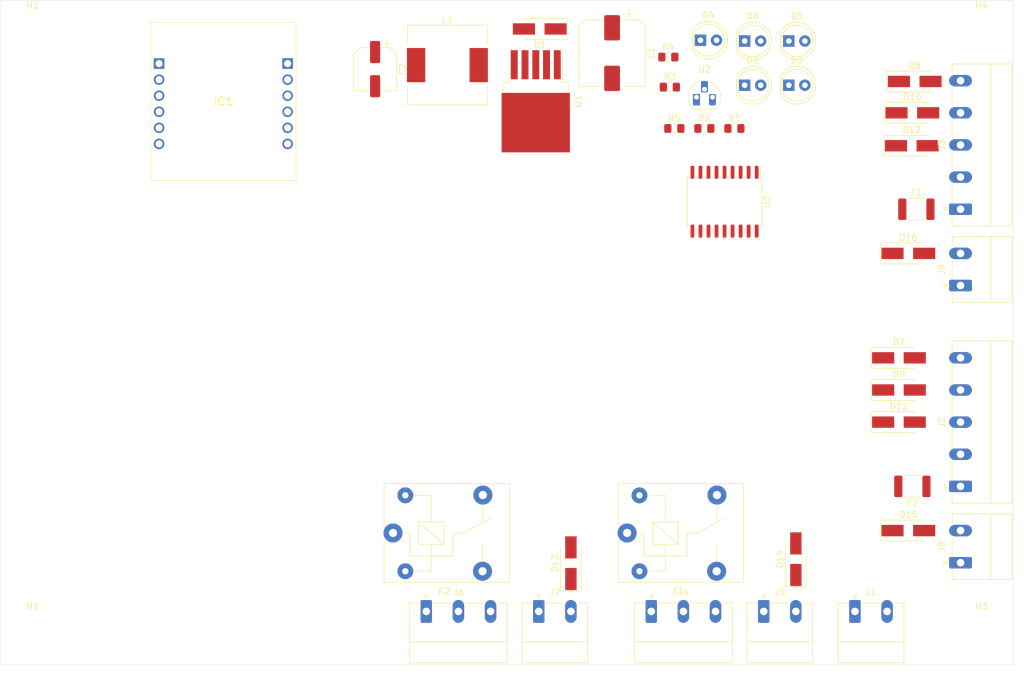
<source format=kicad_pcb>
(kicad_pcb (version 20171130) (host pcbnew "(5.1.10)-1")

  (general
    (thickness 1.6)
    (drawings 4)
    (tracks 0)
    (zones 0)
    (modules 45)
    (nets 59)
  )

  (page A4)
  (layers
    (0 F.Cu signal)
    (31 B.Cu signal)
    (32 B.Adhes user)
    (33 F.Adhes user)
    (34 B.Paste user)
    (35 F.Paste user)
    (36 B.SilkS user)
    (37 F.SilkS user)
    (38 B.Mask user)
    (39 F.Mask user)
    (40 Dwgs.User user)
    (41 Cmts.User user)
    (42 Eco1.User user)
    (43 Eco2.User user)
    (44 Edge.Cuts user)
    (45 Margin user)
    (46 B.CrtYd user)
    (47 F.CrtYd user)
    (48 B.Fab user)
    (49 F.Fab user)
  )

  (setup
    (last_trace_width 0.25)
    (trace_clearance 0.2)
    (zone_clearance 0.508)
    (zone_45_only no)
    (trace_min 0.2)
    (via_size 0.8)
    (via_drill 0.4)
    (via_min_size 0.4)
    (via_min_drill 0.3)
    (uvia_size 0.3)
    (uvia_drill 0.1)
    (uvias_allowed no)
    (uvia_min_size 0.2)
    (uvia_min_drill 0.1)
    (edge_width 0.05)
    (segment_width 0.2)
    (pcb_text_width 0.3)
    (pcb_text_size 1.5 1.5)
    (mod_edge_width 0.12)
    (mod_text_size 1 1)
    (mod_text_width 0.15)
    (pad_size 1.524 1.524)
    (pad_drill 0.762)
    (pad_to_mask_clearance 0)
    (aux_axis_origin 0 0)
    (visible_elements FFFFFF7F)
    (pcbplotparams
      (layerselection 0x010fc_ffffffff)
      (usegerberextensions false)
      (usegerberattributes true)
      (usegerberadvancedattributes true)
      (creategerberjobfile true)
      (excludeedgelayer true)
      (linewidth 0.100000)
      (plotframeref false)
      (viasonmask false)
      (mode 1)
      (useauxorigin false)
      (hpglpennumber 1)
      (hpglpenspeed 20)
      (hpglpendiameter 15.000000)
      (psnegative false)
      (psa4output false)
      (plotreference true)
      (plotvalue true)
      (plotinvisibletext false)
      (padsonsilk false)
      (subtractmaskfromsilk false)
      (outputformat 1)
      (mirror false)
      (drillshape 1)
      (scaleselection 1)
      (outputdirectory ""))
  )

  (net 0 "")
  (net 1 +12V)
  (net 2 GND)
  (net 3 +5V)
  (net 4 "Net-(D1-Pad1)")
  (net 5 "Net-(D2-Pad2)")
  (net 6 "Net-(D2-Pad1)")
  (net 7 "Net-(D3-Pad1)")
  (net 8 "Net-(D3-Pad2)")
  (net 9 "Net-(D4-Pad2)")
  (net 10 /O1)
  (net 11 "Net-(D5-Pad2)")
  (net 12 /O2)
  (net 13 "Net-(D6-Pad2)")
  (net 14 /LED_2)
  (net 15 /LED_1)
  (net 16 /D1_2)
  (net 17 /D1_1)
  (net 18 /D0_2)
  (net 19 /D0_1)
  (net 20 /S2)
  (net 21 /S1)
  (net 22 /PB2)
  (net 23 /PB1)
  (net 24 "Net-(F1-Pad1)")
  (net 25 "Net-(F2-Pad1)")
  (net 26 "Net-(IC1-PadA1)")
  (net 27 "Net-(IC1-PadA2)")
  (net 28 "Net-(IC1-PadA3)")
  (net 29 "Net-(IC1-PadA4)")
  (net 30 "Net-(IC1-PadA5)")
  (net 31 "Net-(IC1-PadA6)")
  (net 32 "Net-(IC1-PadB1)")
  (net 33 "Net-(IC1-PadB2)")
  (net 34 "Net-(IC1-PadB3)")
  (net 35 "Net-(IC1-PadB4)")
  (net 36 "Net-(IC1-PadB5)")
  (net 37 "Net-(IC1-PadB6)")
  (net 38 /NO_1)
  (net 39 /COM_1)
  (net 40 /NC_1)
  (net 41 /NC_2)
  (net 42 /COM_2)
  (net 43 /NO_2)
  (net 44 /LM35)
  (net 45 /Door1)
  (net 46 /Door2)
  (net 47 "Net-(U3-Pad3)")
  (net 48 "Net-(U3-Pad4)")
  (net 49 "Net-(U3-Pad5)")
  (net 50 "Net-(U3-Pad6)")
  (net 51 "Net-(U3-Pad7)")
  (net 52 "Net-(U3-Pad8)")
  (net 53 "Net-(U3-Pad11)")
  (net 54 "Net-(U3-Pad12)")
  (net 55 "Net-(U3-Pad13)")
  (net 56 "Net-(U3-Pad14)")
  (net 57 "Net-(U3-Pad15)")
  (net 58 "Net-(U3-Pad16)")

  (net_class Default "This is the default net class."
    (clearance 0.2)
    (trace_width 0.25)
    (via_dia 0.8)
    (via_drill 0.4)
    (uvia_dia 0.3)
    (uvia_drill 0.1)
    (add_net +12V)
    (add_net +5V)
    (add_net /COM_1)
    (add_net /COM_2)
    (add_net /D0_1)
    (add_net /D0_2)
    (add_net /D1_1)
    (add_net /D1_2)
    (add_net /Door1)
    (add_net /Door2)
    (add_net /LED_1)
    (add_net /LED_2)
    (add_net /LM35)
    (add_net /NC_1)
    (add_net /NC_2)
    (add_net /NO_1)
    (add_net /NO_2)
    (add_net /O1)
    (add_net /O2)
    (add_net /PB1)
    (add_net /PB2)
    (add_net /S1)
    (add_net /S2)
    (add_net GND)
    (add_net "Net-(D1-Pad1)")
    (add_net "Net-(D2-Pad1)")
    (add_net "Net-(D2-Pad2)")
    (add_net "Net-(D3-Pad1)")
    (add_net "Net-(D3-Pad2)")
    (add_net "Net-(D4-Pad2)")
    (add_net "Net-(D5-Pad2)")
    (add_net "Net-(D6-Pad2)")
    (add_net "Net-(F1-Pad1)")
    (add_net "Net-(F2-Pad1)")
    (add_net "Net-(IC1-PadA1)")
    (add_net "Net-(IC1-PadA2)")
    (add_net "Net-(IC1-PadA3)")
    (add_net "Net-(IC1-PadA4)")
    (add_net "Net-(IC1-PadA5)")
    (add_net "Net-(IC1-PadA6)")
    (add_net "Net-(IC1-PadB1)")
    (add_net "Net-(IC1-PadB2)")
    (add_net "Net-(IC1-PadB3)")
    (add_net "Net-(IC1-PadB4)")
    (add_net "Net-(IC1-PadB5)")
    (add_net "Net-(IC1-PadB6)")
    (add_net "Net-(U3-Pad11)")
    (add_net "Net-(U3-Pad12)")
    (add_net "Net-(U3-Pad13)")
    (add_net "Net-(U3-Pad14)")
    (add_net "Net-(U3-Pad15)")
    (add_net "Net-(U3-Pad16)")
    (add_net "Net-(U3-Pad3)")
    (add_net "Net-(U3-Pad4)")
    (add_net "Net-(U3-Pad5)")
    (add_net "Net-(U3-Pad6)")
    (add_net "Net-(U3-Pad7)")
    (add_net "Net-(U3-Pad8)")
  )

  (module Diode_SMD:D_SMA_Handsoldering (layer F.Cu) (tedit 58643398) (tstamp 612CCAC7)
    (at 160.18 49.53 180)
    (descr "Diode SMA (DO-214AC) Handsoldering")
    (tags "Diode SMA (DO-214AC) Handsoldering")
    (path /611E81DE)
    (attr smd)
    (fp_text reference D1 (at 0 -2.5) (layer F.SilkS)
      (effects (font (size 1 1) (thickness 0.15)))
    )
    (fp_text value SS34 (at 0 2.6) (layer F.Fab)
      (effects (font (size 1 1) (thickness 0.15)))
    )
    (fp_text user %R (at 0 -2.5) (layer F.Fab)
      (effects (font (size 1 1) (thickness 0.15)))
    )
    (fp_line (start -4.4 -1.65) (end -4.4 1.65) (layer F.SilkS) (width 0.12))
    (fp_line (start 2.3 1.5) (end -2.3 1.5) (layer F.Fab) (width 0.1))
    (fp_line (start -2.3 1.5) (end -2.3 -1.5) (layer F.Fab) (width 0.1))
    (fp_line (start 2.3 -1.5) (end 2.3 1.5) (layer F.Fab) (width 0.1))
    (fp_line (start 2.3 -1.5) (end -2.3 -1.5) (layer F.Fab) (width 0.1))
    (fp_line (start -4.5 -1.75) (end 4.5 -1.75) (layer F.CrtYd) (width 0.05))
    (fp_line (start 4.5 -1.75) (end 4.5 1.75) (layer F.CrtYd) (width 0.05))
    (fp_line (start 4.5 1.75) (end -4.5 1.75) (layer F.CrtYd) (width 0.05))
    (fp_line (start -4.5 1.75) (end -4.5 -1.75) (layer F.CrtYd) (width 0.05))
    (fp_line (start -0.64944 0.00102) (end -1.55114 0.00102) (layer F.Fab) (width 0.1))
    (fp_line (start 0.50118 0.00102) (end 1.4994 0.00102) (layer F.Fab) (width 0.1))
    (fp_line (start -0.64944 -0.79908) (end -0.64944 0.80112) (layer F.Fab) (width 0.1))
    (fp_line (start 0.50118 0.75032) (end 0.50118 -0.79908) (layer F.Fab) (width 0.1))
    (fp_line (start -0.64944 0.00102) (end 0.50118 0.75032) (layer F.Fab) (width 0.1))
    (fp_line (start -0.64944 0.00102) (end 0.50118 -0.79908) (layer F.Fab) (width 0.1))
    (fp_line (start -4.4 1.65) (end 2.5 1.65) (layer F.SilkS) (width 0.12))
    (fp_line (start -4.4 -1.65) (end 2.5 -1.65) (layer F.SilkS) (width 0.12))
    (pad 2 smd rect (at 2.5 0 180) (size 3.5 1.8) (layers F.Cu F.Paste F.Mask)
      (net 2 GND))
    (pad 1 smd rect (at -2.5 0 180) (size 3.5 1.8) (layers F.Cu F.Paste F.Mask)
      (net 4 "Net-(D1-Pad1)"))
    (model ${KISYS3DMOD}/Diode_SMD.3dshapes/D_SMA.wrl
      (at (xyz 0 0 0))
      (scale (xyz 1 1 1))
      (rotate (xyz 0 0 0))
    )
  )

  (module MountingHole:MountingHole_3.2mm_M3 (layer F.Cu) (tedit 56D1B4CB) (tstamp 612D2987)
    (at 230 50)
    (descr "Mounting Hole 3.2mm, no annular, M3")
    (tags "mounting hole 3.2mm no annular m3")
    (path /6131B6AC)
    (attr virtual)
    (fp_text reference H4 (at 0 -4.2) (layer F.SilkS)
      (effects (font (size 1 1) (thickness 0.15)))
    )
    (fp_text value MountingHole (at 0 4.2) (layer F.Fab)
      (effects (font (size 1 1) (thickness 0.15)))
    )
    (fp_text user %R (at 0.3 0) (layer F.Fab)
      (effects (font (size 1 1) (thickness 0.15)))
    )
    (fp_circle (center 0 0) (end 3.2 0) (layer Cmts.User) (width 0.15))
    (fp_circle (center 0 0) (end 3.45 0) (layer F.CrtYd) (width 0.05))
    (pad 1 np_thru_hole circle (at 0 0) (size 3.2 3.2) (drill 3.2) (layers *.Cu *.Mask))
  )

  (module MountingHole:MountingHole_3.2mm_M3 (layer F.Cu) (tedit 56D1B4CB) (tstamp 612CF20E)
    (at 230 145)
    (descr "Mounting Hole 3.2mm, no annular, M3")
    (tags "mounting hole 3.2mm no annular m3")
    (path /6131B3EC)
    (attr virtual)
    (fp_text reference H3 (at 0 -4.2) (layer F.SilkS)
      (effects (font (size 1 1) (thickness 0.15)))
    )
    (fp_text value MountingHole (at 0 4.2) (layer F.Fab)
      (effects (font (size 1 1) (thickness 0.15)))
    )
    (fp_text user %R (at 0.3 0) (layer F.Fab)
      (effects (font (size 1 1) (thickness 0.15)))
    )
    (fp_circle (center 0 0) (end 3.2 0) (layer Cmts.User) (width 0.15))
    (fp_circle (center 0 0) (end 3.45 0) (layer F.CrtYd) (width 0.05))
    (pad 1 np_thru_hole circle (at 0 0) (size 3.2 3.2) (drill 3.2) (layers *.Cu *.Mask))
  )

  (module MountingHole:MountingHole_3.2mm_M3 (layer F.Cu) (tedit 56D1B4CB) (tstamp 612CF206)
    (at 80 145)
    (descr "Mounting Hole 3.2mm, no annular, M3")
    (tags "mounting hole 3.2mm no annular m3")
    (path /6131B1E0)
    (attr virtual)
    (fp_text reference H2 (at 0 -4.2) (layer F.SilkS)
      (effects (font (size 1 1) (thickness 0.15)))
    )
    (fp_text value MountingHole (at 0 4.2) (layer F.Fab)
      (effects (font (size 1 1) (thickness 0.15)))
    )
    (fp_text user %R (at 0.3 0) (layer F.Fab)
      (effects (font (size 1 1) (thickness 0.15)))
    )
    (fp_circle (center 0 0) (end 3.2 0) (layer Cmts.User) (width 0.15))
    (fp_circle (center 0 0) (end 3.45 0) (layer F.CrtYd) (width 0.05))
    (pad 1 np_thru_hole circle (at 0 0) (size 3.2 3.2) (drill 3.2) (layers *.Cu *.Mask))
  )

  (module MountingHole:MountingHole_3.2mm_M3 (layer F.Cu) (tedit 56D1B4CB) (tstamp 612CF1FE)
    (at 80 50)
    (descr "Mounting Hole 3.2mm, no annular, M3")
    (tags "mounting hole 3.2mm no annular m3")
    (path /6131AAB6)
    (attr virtual)
    (fp_text reference H1 (at 0 -4.2) (layer F.SilkS)
      (effects (font (size 1 1) (thickness 0.15)))
    )
    (fp_text value MountingHole (at 0 4.2) (layer F.Fab)
      (effects (font (size 1 1) (thickness 0.15)))
    )
    (fp_text user %R (at 0.3 0) (layer F.Fab)
      (effects (font (size 1 1) (thickness 0.15)))
    )
    (fp_circle (center 0 0) (end 3.2 0) (layer Cmts.User) (width 0.15))
    (fp_circle (center 0 0) (end 3.45 0) (layer F.CrtYd) (width 0.05))
    (pad 1 np_thru_hole circle (at 0 0) (size 3.2 3.2) (drill 3.2) (layers *.Cu *.Mask))
  )

  (module Capacitor_SMD:CP_Elec_10x10 (layer F.Cu) (tedit 5BCA39D1) (tstamp 612CCA87)
    (at 171.61 53.34 270)
    (descr "SMD capacitor, aluminum electrolytic, Nichicon, 10.0x10.0mm")
    (tags "capacitor electrolytic")
    (path /611E033C)
    (attr smd)
    (fp_text reference C1 (at 0 -6.2 90) (layer F.SilkS)
      (effects (font (size 1 1) (thickness 0.15)))
    )
    (fp_text value 470uF/25V (at 0 6.2 90) (layer F.Fab)
      (effects (font (size 1 1) (thickness 0.15)))
    )
    (fp_line (start -6.25 1.5) (end -5.4 1.5) (layer F.CrtYd) (width 0.05))
    (fp_line (start -6.25 -1.5) (end -6.25 1.5) (layer F.CrtYd) (width 0.05))
    (fp_line (start -5.4 -1.5) (end -6.25 -1.5) (layer F.CrtYd) (width 0.05))
    (fp_line (start -5.4 1.5) (end -5.4 4.25) (layer F.CrtYd) (width 0.05))
    (fp_line (start -5.4 -4.25) (end -5.4 -1.5) (layer F.CrtYd) (width 0.05))
    (fp_line (start -5.4 -4.25) (end -4.25 -5.4) (layer F.CrtYd) (width 0.05))
    (fp_line (start -5.4 4.25) (end -4.25 5.4) (layer F.CrtYd) (width 0.05))
    (fp_line (start -4.25 -5.4) (end 5.4 -5.4) (layer F.CrtYd) (width 0.05))
    (fp_line (start -4.25 5.4) (end 5.4 5.4) (layer F.CrtYd) (width 0.05))
    (fp_line (start 5.4 1.5) (end 5.4 5.4) (layer F.CrtYd) (width 0.05))
    (fp_line (start 6.25 1.5) (end 5.4 1.5) (layer F.CrtYd) (width 0.05))
    (fp_line (start 6.25 -1.5) (end 6.25 1.5) (layer F.CrtYd) (width 0.05))
    (fp_line (start 5.4 -1.5) (end 6.25 -1.5) (layer F.CrtYd) (width 0.05))
    (fp_line (start 5.4 -5.4) (end 5.4 -1.5) (layer F.CrtYd) (width 0.05))
    (fp_line (start -6.125 -3.385) (end -6.125 -2.135) (layer F.SilkS) (width 0.12))
    (fp_line (start -6.75 -2.76) (end -5.5 -2.76) (layer F.SilkS) (width 0.12))
    (fp_line (start -5.26 4.195563) (end -4.195563 5.26) (layer F.SilkS) (width 0.12))
    (fp_line (start -5.26 -4.195563) (end -4.195563 -5.26) (layer F.SilkS) (width 0.12))
    (fp_line (start -5.26 -4.195563) (end -5.26 -1.51) (layer F.SilkS) (width 0.12))
    (fp_line (start -5.26 4.195563) (end -5.26 1.51) (layer F.SilkS) (width 0.12))
    (fp_line (start -4.195563 5.26) (end 5.26 5.26) (layer F.SilkS) (width 0.12))
    (fp_line (start -4.195563 -5.26) (end 5.26 -5.26) (layer F.SilkS) (width 0.12))
    (fp_line (start 5.26 -5.26) (end 5.26 -1.51) (layer F.SilkS) (width 0.12))
    (fp_line (start 5.26 5.26) (end 5.26 1.51) (layer F.SilkS) (width 0.12))
    (fp_line (start -4.058325 -2.2) (end -4.058325 -1.2) (layer F.Fab) (width 0.1))
    (fp_line (start -4.558325 -1.7) (end -3.558325 -1.7) (layer F.Fab) (width 0.1))
    (fp_line (start -5.15 4.15) (end -4.15 5.15) (layer F.Fab) (width 0.1))
    (fp_line (start -5.15 -4.15) (end -4.15 -5.15) (layer F.Fab) (width 0.1))
    (fp_line (start -5.15 -4.15) (end -5.15 4.15) (layer F.Fab) (width 0.1))
    (fp_line (start -4.15 5.15) (end 5.15 5.15) (layer F.Fab) (width 0.1))
    (fp_line (start -4.15 -5.15) (end 5.15 -5.15) (layer F.Fab) (width 0.1))
    (fp_line (start 5.15 -5.15) (end 5.15 5.15) (layer F.Fab) (width 0.1))
    (fp_circle (center 0 0) (end 5 0) (layer F.Fab) (width 0.1))
    (fp_text user %R (at 0 0 90) (layer F.Fab)
      (effects (font (size 1 1) (thickness 0.15)))
    )
    (pad 1 smd roundrect (at -4 0 270) (size 4 2.5) (layers F.Cu F.Paste F.Mask) (roundrect_rratio 0.1)
      (net 1 +12V))
    (pad 2 smd roundrect (at 4 0 270) (size 4 2.5) (layers F.Cu F.Paste F.Mask) (roundrect_rratio 0.1)
      (net 2 GND))
    (model ${KISYS3DMOD}/Capacitor_SMD.3dshapes/CP_Elec_10x10.wrl
      (at (xyz 0 0 0))
      (scale (xyz 1 1 1))
      (rotate (xyz 0 0 0))
    )
  )

  (module Capacitor_SMD:CP_Elec_6.3x7.7 (layer F.Cu) (tedit 5BCA39D0) (tstamp 612CCAAF)
    (at 134.145 55.88 270)
    (descr "SMD capacitor, aluminum electrolytic, Nichicon, 6.3x7.7mm")
    (tags "capacitor electrolytic")
    (path /611E0DC2)
    (attr smd)
    (fp_text reference C2 (at 0 -4.35 90) (layer F.SilkS)
      (effects (font (size 1 1) (thickness 0.15)))
    )
    (fp_text value 220uF/15V (at 0 4.35 90) (layer F.Fab)
      (effects (font (size 1 1) (thickness 0.15)))
    )
    (fp_line (start -4.7 1.05) (end -3.55 1.05) (layer F.CrtYd) (width 0.05))
    (fp_line (start -4.7 -1.05) (end -4.7 1.05) (layer F.CrtYd) (width 0.05))
    (fp_line (start -3.55 -1.05) (end -4.7 -1.05) (layer F.CrtYd) (width 0.05))
    (fp_line (start -3.55 1.05) (end -3.55 2.4) (layer F.CrtYd) (width 0.05))
    (fp_line (start -3.55 -2.4) (end -3.55 -1.05) (layer F.CrtYd) (width 0.05))
    (fp_line (start -3.55 -2.4) (end -2.4 -3.55) (layer F.CrtYd) (width 0.05))
    (fp_line (start -3.55 2.4) (end -2.4 3.55) (layer F.CrtYd) (width 0.05))
    (fp_line (start -2.4 -3.55) (end 3.55 -3.55) (layer F.CrtYd) (width 0.05))
    (fp_line (start -2.4 3.55) (end 3.55 3.55) (layer F.CrtYd) (width 0.05))
    (fp_line (start 3.55 1.05) (end 3.55 3.55) (layer F.CrtYd) (width 0.05))
    (fp_line (start 4.7 1.05) (end 3.55 1.05) (layer F.CrtYd) (width 0.05))
    (fp_line (start 4.7 -1.05) (end 4.7 1.05) (layer F.CrtYd) (width 0.05))
    (fp_line (start 3.55 -1.05) (end 4.7 -1.05) (layer F.CrtYd) (width 0.05))
    (fp_line (start 3.55 -3.55) (end 3.55 -1.05) (layer F.CrtYd) (width 0.05))
    (fp_line (start -4.04375 -2.24125) (end -4.04375 -1.45375) (layer F.SilkS) (width 0.12))
    (fp_line (start -4.4375 -1.8475) (end -3.65 -1.8475) (layer F.SilkS) (width 0.12))
    (fp_line (start -3.41 2.345563) (end -2.345563 3.41) (layer F.SilkS) (width 0.12))
    (fp_line (start -3.41 -2.345563) (end -2.345563 -3.41) (layer F.SilkS) (width 0.12))
    (fp_line (start -3.41 -2.345563) (end -3.41 -1.06) (layer F.SilkS) (width 0.12))
    (fp_line (start -3.41 2.345563) (end -3.41 1.06) (layer F.SilkS) (width 0.12))
    (fp_line (start -2.345563 3.41) (end 3.41 3.41) (layer F.SilkS) (width 0.12))
    (fp_line (start -2.345563 -3.41) (end 3.41 -3.41) (layer F.SilkS) (width 0.12))
    (fp_line (start 3.41 -3.41) (end 3.41 -1.06) (layer F.SilkS) (width 0.12))
    (fp_line (start 3.41 3.41) (end 3.41 1.06) (layer F.SilkS) (width 0.12))
    (fp_line (start -2.389838 -1.645) (end -2.389838 -1.015) (layer F.Fab) (width 0.1))
    (fp_line (start -2.704838 -1.33) (end -2.074838 -1.33) (layer F.Fab) (width 0.1))
    (fp_line (start -3.3 2.3) (end -2.3 3.3) (layer F.Fab) (width 0.1))
    (fp_line (start -3.3 -2.3) (end -2.3 -3.3) (layer F.Fab) (width 0.1))
    (fp_line (start -3.3 -2.3) (end -3.3 2.3) (layer F.Fab) (width 0.1))
    (fp_line (start -2.3 3.3) (end 3.3 3.3) (layer F.Fab) (width 0.1))
    (fp_line (start -2.3 -3.3) (end 3.3 -3.3) (layer F.Fab) (width 0.1))
    (fp_line (start 3.3 -3.3) (end 3.3 3.3) (layer F.Fab) (width 0.1))
    (fp_circle (center 0 0) (end 3.15 0) (layer F.Fab) (width 0.1))
    (fp_text user %R (at 0 0 90) (layer F.Fab)
      (effects (font (size 1 1) (thickness 0.15)))
    )
    (pad 1 smd roundrect (at -2.7 0 270) (size 3.5 1.6) (layers F.Cu F.Paste F.Mask) (roundrect_rratio 0.15625)
      (net 3 +5V))
    (pad 2 smd roundrect (at 2.7 0 270) (size 3.5 1.6) (layers F.Cu F.Paste F.Mask) (roundrect_rratio 0.15625)
      (net 2 GND))
    (model ${KISYS3DMOD}/Capacitor_SMD.3dshapes/CP_Elec_6.3x7.7.wrl
      (at (xyz 0 0 0))
      (scale (xyz 1 1 1))
      (rotate (xyz 0 0 0))
    )
  )

  (module LED_THT:LED_D5.0mm (layer F.Cu) (tedit 5995936A) (tstamp 612CCAD9)
    (at 192.565 58.42)
    (descr "LED, diameter 5.0mm, 2 pins, http://cdn-reichelt.de/documents/datenblatt/A500/LL-504BC2E-009.pdf")
    (tags "LED diameter 5.0mm 2 pins")
    (path /611DDC97)
    (fp_text reference D2 (at 1.27 -3.96) (layer F.SilkS)
      (effects (font (size 1 1) (thickness 0.15)))
    )
    (fp_text value LED_Activity (at 1.27 3.96) (layer F.Fab)
      (effects (font (size 1 1) (thickness 0.15)))
    )
    (fp_text user %R (at 1.25 0) (layer F.Fab)
      (effects (font (size 0.8 0.8) (thickness 0.2)))
    )
    (fp_arc (start 1.27 0) (end -1.29 1.54483) (angle -148.9) (layer F.SilkS) (width 0.12))
    (fp_arc (start 1.27 0) (end -1.29 -1.54483) (angle 148.9) (layer F.SilkS) (width 0.12))
    (fp_arc (start 1.27 0) (end -1.23 -1.469694) (angle 299.1) (layer F.Fab) (width 0.1))
    (fp_circle (center 1.27 0) (end 3.77 0) (layer F.Fab) (width 0.1))
    (fp_circle (center 1.27 0) (end 3.77 0) (layer F.SilkS) (width 0.12))
    (fp_line (start -1.23 -1.469694) (end -1.23 1.469694) (layer F.Fab) (width 0.1))
    (fp_line (start -1.29 -1.545) (end -1.29 1.545) (layer F.SilkS) (width 0.12))
    (fp_line (start -1.95 -3.25) (end -1.95 3.25) (layer F.CrtYd) (width 0.05))
    (fp_line (start -1.95 3.25) (end 4.5 3.25) (layer F.CrtYd) (width 0.05))
    (fp_line (start 4.5 3.25) (end 4.5 -3.25) (layer F.CrtYd) (width 0.05))
    (fp_line (start 4.5 -3.25) (end -1.95 -3.25) (layer F.CrtYd) (width 0.05))
    (pad 2 thru_hole circle (at 2.54 0) (size 1.8 1.8) (drill 0.9) (layers *.Cu *.Mask)
      (net 5 "Net-(D2-Pad2)"))
    (pad 1 thru_hole rect (at 0 0) (size 1.8 1.8) (drill 0.9) (layers *.Cu *.Mask)
      (net 6 "Net-(D2-Pad1)"))
    (model ${KISYS3DMOD}/LED_THT.3dshapes/LED_D5.0mm.wrl
      (at (xyz 0 0 0))
      (scale (xyz 1 1 1))
      (rotate (xyz 0 0 0))
    )
  )

  (module LED_THT:LED_D5.0mm (layer F.Cu) (tedit 5995936A) (tstamp 612CCAEB)
    (at 199.55 58.42)
    (descr "LED, diameter 5.0mm, 2 pins, http://cdn-reichelt.de/documents/datenblatt/A500/LL-504BC2E-009.pdf")
    (tags "LED diameter 5.0mm 2 pins")
    (path /611DE1D7)
    (fp_text reference D3 (at 1.27 -3.96) (layer F.SilkS)
      (effects (font (size 1 1) (thickness 0.15)))
    )
    (fp_text value LED_Input (at 1.27 3.96) (layer F.Fab)
      (effects (font (size 1 1) (thickness 0.15)))
    )
    (fp_line (start 4.5 -3.25) (end -1.95 -3.25) (layer F.CrtYd) (width 0.05))
    (fp_line (start 4.5 3.25) (end 4.5 -3.25) (layer F.CrtYd) (width 0.05))
    (fp_line (start -1.95 3.25) (end 4.5 3.25) (layer F.CrtYd) (width 0.05))
    (fp_line (start -1.95 -3.25) (end -1.95 3.25) (layer F.CrtYd) (width 0.05))
    (fp_line (start -1.29 -1.545) (end -1.29 1.545) (layer F.SilkS) (width 0.12))
    (fp_line (start -1.23 -1.469694) (end -1.23 1.469694) (layer F.Fab) (width 0.1))
    (fp_circle (center 1.27 0) (end 3.77 0) (layer F.SilkS) (width 0.12))
    (fp_circle (center 1.27 0) (end 3.77 0) (layer F.Fab) (width 0.1))
    (fp_arc (start 1.27 0) (end -1.23 -1.469694) (angle 299.1) (layer F.Fab) (width 0.1))
    (fp_arc (start 1.27 0) (end -1.29 -1.54483) (angle 148.9) (layer F.SilkS) (width 0.12))
    (fp_arc (start 1.27 0) (end -1.29 1.54483) (angle -148.9) (layer F.SilkS) (width 0.12))
    (fp_text user %R (at 1.25 0) (layer F.Fab)
      (effects (font (size 0.8 0.8) (thickness 0.2)))
    )
    (pad 1 thru_hole rect (at 0 0) (size 1.8 1.8) (drill 0.9) (layers *.Cu *.Mask)
      (net 7 "Net-(D3-Pad1)"))
    (pad 2 thru_hole circle (at 2.54 0) (size 1.8 1.8) (drill 0.9) (layers *.Cu *.Mask)
      (net 8 "Net-(D3-Pad2)"))
    (model ${KISYS3DMOD}/LED_THT.3dshapes/LED_D5.0mm.wrl
      (at (xyz 0 0 0))
      (scale (xyz 1 1 1))
      (rotate (xyz 0 0 0))
    )
  )

  (module LED_THT:LED_D5.0mm (layer F.Cu) (tedit 5995936A) (tstamp 612CCAFD)
    (at 185.58 51.308)
    (descr "LED, diameter 5.0mm, 2 pins, http://cdn-reichelt.de/documents/datenblatt/A500/LL-504BC2E-009.pdf")
    (tags "LED diameter 5.0mm 2 pins")
    (path /611DC690)
    (fp_text reference D4 (at 1.27 -3.96) (layer F.SilkS)
      (effects (font (size 1 1) (thickness 0.15)))
    )
    (fp_text value LED_Power (at 1.27 3.96) (layer F.Fab)
      (effects (font (size 1 1) (thickness 0.15)))
    )
    (fp_text user %R (at 1.25 0) (layer F.Fab)
      (effects (font (size 0.8 0.8) (thickness 0.2)))
    )
    (fp_arc (start 1.27 0) (end -1.29 1.54483) (angle -148.9) (layer F.SilkS) (width 0.12))
    (fp_arc (start 1.27 0) (end -1.29 -1.54483) (angle 148.9) (layer F.SilkS) (width 0.12))
    (fp_arc (start 1.27 0) (end -1.23 -1.469694) (angle 299.1) (layer F.Fab) (width 0.1))
    (fp_circle (center 1.27 0) (end 3.77 0) (layer F.Fab) (width 0.1))
    (fp_circle (center 1.27 0) (end 3.77 0) (layer F.SilkS) (width 0.12))
    (fp_line (start -1.23 -1.469694) (end -1.23 1.469694) (layer F.Fab) (width 0.1))
    (fp_line (start -1.29 -1.545) (end -1.29 1.545) (layer F.SilkS) (width 0.12))
    (fp_line (start -1.95 -3.25) (end -1.95 3.25) (layer F.CrtYd) (width 0.05))
    (fp_line (start -1.95 3.25) (end 4.5 3.25) (layer F.CrtYd) (width 0.05))
    (fp_line (start 4.5 3.25) (end 4.5 -3.25) (layer F.CrtYd) (width 0.05))
    (fp_line (start 4.5 -3.25) (end -1.95 -3.25) (layer F.CrtYd) (width 0.05))
    (pad 2 thru_hole circle (at 2.54 0) (size 1.8 1.8) (drill 0.9) (layers *.Cu *.Mask)
      (net 9 "Net-(D4-Pad2)"))
    (pad 1 thru_hole rect (at 0 0) (size 1.8 1.8) (drill 0.9) (layers *.Cu *.Mask)
      (net 2 GND))
    (model ${KISYS3DMOD}/LED_THT.3dshapes/LED_D5.0mm.wrl
      (at (xyz 0 0 0))
      (scale (xyz 1 1 1))
      (rotate (xyz 0 0 0))
    )
  )

  (module LED_THT:LED_D5.0mm (layer F.Cu) (tedit 5995936A) (tstamp 612CCB0F)
    (at 199.55 51.435)
    (descr "LED, diameter 5.0mm, 2 pins, http://cdn-reichelt.de/documents/datenblatt/A500/LL-504BC2E-009.pdf")
    (tags "LED diameter 5.0mm 2 pins")
    (path /611DD025)
    (fp_text reference D5 (at 1.27 -3.96) (layer F.SilkS)
      (effects (font (size 1 1) (thickness 0.15)))
    )
    (fp_text value LED_Door1 (at 1.27 3.96) (layer F.Fab)
      (effects (font (size 1 1) (thickness 0.15)))
    )
    (fp_line (start 4.5 -3.25) (end -1.95 -3.25) (layer F.CrtYd) (width 0.05))
    (fp_line (start 4.5 3.25) (end 4.5 -3.25) (layer F.CrtYd) (width 0.05))
    (fp_line (start -1.95 3.25) (end 4.5 3.25) (layer F.CrtYd) (width 0.05))
    (fp_line (start -1.95 -3.25) (end -1.95 3.25) (layer F.CrtYd) (width 0.05))
    (fp_line (start -1.29 -1.545) (end -1.29 1.545) (layer F.SilkS) (width 0.12))
    (fp_line (start -1.23 -1.469694) (end -1.23 1.469694) (layer F.Fab) (width 0.1))
    (fp_circle (center 1.27 0) (end 3.77 0) (layer F.SilkS) (width 0.12))
    (fp_circle (center 1.27 0) (end 3.77 0) (layer F.Fab) (width 0.1))
    (fp_arc (start 1.27 0) (end -1.23 -1.469694) (angle 299.1) (layer F.Fab) (width 0.1))
    (fp_arc (start 1.27 0) (end -1.29 -1.54483) (angle 148.9) (layer F.SilkS) (width 0.12))
    (fp_arc (start 1.27 0) (end -1.29 1.54483) (angle -148.9) (layer F.SilkS) (width 0.12))
    (fp_text user %R (at 1.25 0) (layer F.Fab)
      (effects (font (size 0.8 0.8) (thickness 0.2)))
    )
    (pad 1 thru_hole rect (at 0 0) (size 1.8 1.8) (drill 0.9) (layers *.Cu *.Mask)
      (net 10 /O1))
    (pad 2 thru_hole circle (at 2.54 0) (size 1.8 1.8) (drill 0.9) (layers *.Cu *.Mask)
      (net 11 "Net-(D5-Pad2)"))
    (model ${KISYS3DMOD}/LED_THT.3dshapes/LED_D5.0mm.wrl
      (at (xyz 0 0 0))
      (scale (xyz 1 1 1))
      (rotate (xyz 0 0 0))
    )
  )

  (module LED_THT:LED_D5.0mm (layer F.Cu) (tedit 5995936A) (tstamp 612CCB21)
    (at 192.565 51.435)
    (descr "LED, diameter 5.0mm, 2 pins, http://cdn-reichelt.de/documents/datenblatt/A500/LL-504BC2E-009.pdf")
    (tags "LED diameter 5.0mm 2 pins")
    (path /611DD7D9)
    (fp_text reference D6 (at 1.27 -3.96) (layer F.SilkS)
      (effects (font (size 1 1) (thickness 0.15)))
    )
    (fp_text value LED_Door2 (at 1.27 3.96) (layer F.Fab)
      (effects (font (size 1 1) (thickness 0.15)))
    )
    (fp_line (start 4.5 -3.25) (end -1.95 -3.25) (layer F.CrtYd) (width 0.05))
    (fp_line (start 4.5 3.25) (end 4.5 -3.25) (layer F.CrtYd) (width 0.05))
    (fp_line (start -1.95 3.25) (end 4.5 3.25) (layer F.CrtYd) (width 0.05))
    (fp_line (start -1.95 -3.25) (end -1.95 3.25) (layer F.CrtYd) (width 0.05))
    (fp_line (start -1.29 -1.545) (end -1.29 1.545) (layer F.SilkS) (width 0.12))
    (fp_line (start -1.23 -1.469694) (end -1.23 1.469694) (layer F.Fab) (width 0.1))
    (fp_circle (center 1.27 0) (end 3.77 0) (layer F.SilkS) (width 0.12))
    (fp_circle (center 1.27 0) (end 3.77 0) (layer F.Fab) (width 0.1))
    (fp_arc (start 1.27 0) (end -1.23 -1.469694) (angle 299.1) (layer F.Fab) (width 0.1))
    (fp_arc (start 1.27 0) (end -1.29 -1.54483) (angle 148.9) (layer F.SilkS) (width 0.12))
    (fp_arc (start 1.27 0) (end -1.29 1.54483) (angle -148.9) (layer F.SilkS) (width 0.12))
    (fp_text user %R (at 1.25 0) (layer F.Fab)
      (effects (font (size 0.8 0.8) (thickness 0.2)))
    )
    (pad 1 thru_hole rect (at 0 0) (size 1.8 1.8) (drill 0.9) (layers *.Cu *.Mask)
      (net 12 /O2))
    (pad 2 thru_hole circle (at 2.54 0) (size 1.8 1.8) (drill 0.9) (layers *.Cu *.Mask)
      (net 13 "Net-(D6-Pad2)"))
    (model ${KISYS3DMOD}/LED_THT.3dshapes/LED_D5.0mm.wrl
      (at (xyz 0 0 0))
      (scale (xyz 1 1 1))
      (rotate (xyz 0 0 0))
    )
  )

  (module Diode_SMD:D_SMA_Handsoldering (layer F.Cu) (tedit 58643398) (tstamp 612D33B2)
    (at 216.956 101.52)
    (descr "Diode SMA (DO-214AC) Handsoldering")
    (tags "Diode SMA (DO-214AC) Handsoldering")
    (path /6127396D)
    (attr smd)
    (fp_text reference D7 (at 0 -2.5) (layer F.SilkS)
      (effects (font (size 1 1) (thickness 0.15)))
    )
    (fp_text value D_TVS (at 0 2.6) (layer F.Fab)
      (effects (font (size 1 1) (thickness 0.15)))
    )
    (fp_line (start -4.4 -1.65) (end 2.5 -1.65) (layer F.SilkS) (width 0.12))
    (fp_line (start -4.4 1.65) (end 2.5 1.65) (layer F.SilkS) (width 0.12))
    (fp_line (start -0.64944 0.00102) (end 0.50118 -0.79908) (layer F.Fab) (width 0.1))
    (fp_line (start -0.64944 0.00102) (end 0.50118 0.75032) (layer F.Fab) (width 0.1))
    (fp_line (start 0.50118 0.75032) (end 0.50118 -0.79908) (layer F.Fab) (width 0.1))
    (fp_line (start -0.64944 -0.79908) (end -0.64944 0.80112) (layer F.Fab) (width 0.1))
    (fp_line (start 0.50118 0.00102) (end 1.4994 0.00102) (layer F.Fab) (width 0.1))
    (fp_line (start -0.64944 0.00102) (end -1.55114 0.00102) (layer F.Fab) (width 0.1))
    (fp_line (start -4.5 1.75) (end -4.5 -1.75) (layer F.CrtYd) (width 0.05))
    (fp_line (start 4.5 1.75) (end -4.5 1.75) (layer F.CrtYd) (width 0.05))
    (fp_line (start 4.5 -1.75) (end 4.5 1.75) (layer F.CrtYd) (width 0.05))
    (fp_line (start -4.5 -1.75) (end 4.5 -1.75) (layer F.CrtYd) (width 0.05))
    (fp_line (start 2.3 -1.5) (end -2.3 -1.5) (layer F.Fab) (width 0.1))
    (fp_line (start 2.3 -1.5) (end 2.3 1.5) (layer F.Fab) (width 0.1))
    (fp_line (start -2.3 1.5) (end -2.3 -1.5) (layer F.Fab) (width 0.1))
    (fp_line (start 2.3 1.5) (end -2.3 1.5) (layer F.Fab) (width 0.1))
    (fp_line (start -4.4 -1.65) (end -4.4 1.65) (layer F.SilkS) (width 0.12))
    (fp_text user %R (at 0 -2.5) (layer F.Fab)
      (effects (font (size 1 1) (thickness 0.15)))
    )
    (pad 1 smd rect (at -2.5 0) (size 3.5 1.8) (layers F.Cu F.Paste F.Mask)
      (net 14 /LED_2))
    (pad 2 smd rect (at 2.5 0) (size 3.5 1.8) (layers F.Cu F.Paste F.Mask)
      (net 2 GND))
    (model ${KISYS3DMOD}/Diode_SMD.3dshapes/D_SMA.wrl
      (at (xyz 0 0 0))
      (scale (xyz 1 1 1))
      (rotate (xyz 0 0 0))
    )
  )

  (module Diode_SMD:D_SMA_Handsoldering (layer F.Cu) (tedit 58643398) (tstamp 612CCB51)
    (at 219.456 57.832)
    (descr "Diode SMA (DO-214AC) Handsoldering")
    (tags "Diode SMA (DO-214AC) Handsoldering")
    (path /61201F3D)
    (attr smd)
    (fp_text reference D8 (at 0 -2.5) (layer F.SilkS)
      (effects (font (size 1 1) (thickness 0.15)))
    )
    (fp_text value D_TVS (at 0 2.6) (layer F.Fab)
      (effects (font (size 1 1) (thickness 0.15)))
    )
    (fp_text user %R (at 0 -2.5) (layer F.Fab)
      (effects (font (size 1 1) (thickness 0.15)))
    )
    (fp_line (start -4.4 -1.65) (end -4.4 1.65) (layer F.SilkS) (width 0.12))
    (fp_line (start 2.3 1.5) (end -2.3 1.5) (layer F.Fab) (width 0.1))
    (fp_line (start -2.3 1.5) (end -2.3 -1.5) (layer F.Fab) (width 0.1))
    (fp_line (start 2.3 -1.5) (end 2.3 1.5) (layer F.Fab) (width 0.1))
    (fp_line (start 2.3 -1.5) (end -2.3 -1.5) (layer F.Fab) (width 0.1))
    (fp_line (start -4.5 -1.75) (end 4.5 -1.75) (layer F.CrtYd) (width 0.05))
    (fp_line (start 4.5 -1.75) (end 4.5 1.75) (layer F.CrtYd) (width 0.05))
    (fp_line (start 4.5 1.75) (end -4.5 1.75) (layer F.CrtYd) (width 0.05))
    (fp_line (start -4.5 1.75) (end -4.5 -1.75) (layer F.CrtYd) (width 0.05))
    (fp_line (start -0.64944 0.00102) (end -1.55114 0.00102) (layer F.Fab) (width 0.1))
    (fp_line (start 0.50118 0.00102) (end 1.4994 0.00102) (layer F.Fab) (width 0.1))
    (fp_line (start -0.64944 -0.79908) (end -0.64944 0.80112) (layer F.Fab) (width 0.1))
    (fp_line (start 0.50118 0.75032) (end 0.50118 -0.79908) (layer F.Fab) (width 0.1))
    (fp_line (start -0.64944 0.00102) (end 0.50118 0.75032) (layer F.Fab) (width 0.1))
    (fp_line (start -0.64944 0.00102) (end 0.50118 -0.79908) (layer F.Fab) (width 0.1))
    (fp_line (start -4.4 1.65) (end 2.5 1.65) (layer F.SilkS) (width 0.12))
    (fp_line (start -4.4 -1.65) (end 2.5 -1.65) (layer F.SilkS) (width 0.12))
    (pad 2 smd rect (at 2.5 0) (size 3.5 1.8) (layers F.Cu F.Paste F.Mask)
      (net 2 GND))
    (pad 1 smd rect (at -2.5 0) (size 3.5 1.8) (layers F.Cu F.Paste F.Mask)
      (net 15 /LED_1))
    (model ${KISYS3DMOD}/Diode_SMD.3dshapes/D_SMA.wrl
      (at (xyz 0 0 0))
      (scale (xyz 1 1 1))
      (rotate (xyz 0 0 0))
    )
  )

  (module Diode_SMD:D_SMA_Handsoldering (layer F.Cu) (tedit 58643398) (tstamp 612D331F)
    (at 216.956 106.6)
    (descr "Diode SMA (DO-214AC) Handsoldering")
    (tags "Diode SMA (DO-214AC) Handsoldering")
    (path /61273963)
    (attr smd)
    (fp_text reference D9 (at 0 -2.5) (layer F.SilkS)
      (effects (font (size 1 1) (thickness 0.15)))
    )
    (fp_text value D_TVS (at 0 2.6) (layer F.Fab)
      (effects (font (size 1 1) (thickness 0.15)))
    )
    (fp_line (start -4.4 -1.65) (end 2.5 -1.65) (layer F.SilkS) (width 0.12))
    (fp_line (start -4.4 1.65) (end 2.5 1.65) (layer F.SilkS) (width 0.12))
    (fp_line (start -0.64944 0.00102) (end 0.50118 -0.79908) (layer F.Fab) (width 0.1))
    (fp_line (start -0.64944 0.00102) (end 0.50118 0.75032) (layer F.Fab) (width 0.1))
    (fp_line (start 0.50118 0.75032) (end 0.50118 -0.79908) (layer F.Fab) (width 0.1))
    (fp_line (start -0.64944 -0.79908) (end -0.64944 0.80112) (layer F.Fab) (width 0.1))
    (fp_line (start 0.50118 0.00102) (end 1.4994 0.00102) (layer F.Fab) (width 0.1))
    (fp_line (start -0.64944 0.00102) (end -1.55114 0.00102) (layer F.Fab) (width 0.1))
    (fp_line (start -4.5 1.75) (end -4.5 -1.75) (layer F.CrtYd) (width 0.05))
    (fp_line (start 4.5 1.75) (end -4.5 1.75) (layer F.CrtYd) (width 0.05))
    (fp_line (start 4.5 -1.75) (end 4.5 1.75) (layer F.CrtYd) (width 0.05))
    (fp_line (start -4.5 -1.75) (end 4.5 -1.75) (layer F.CrtYd) (width 0.05))
    (fp_line (start 2.3 -1.5) (end -2.3 -1.5) (layer F.Fab) (width 0.1))
    (fp_line (start 2.3 -1.5) (end 2.3 1.5) (layer F.Fab) (width 0.1))
    (fp_line (start -2.3 1.5) (end -2.3 -1.5) (layer F.Fab) (width 0.1))
    (fp_line (start 2.3 1.5) (end -2.3 1.5) (layer F.Fab) (width 0.1))
    (fp_line (start -4.4 -1.65) (end -4.4 1.65) (layer F.SilkS) (width 0.12))
    (fp_text user %R (at 0 -2.5) (layer F.Fab)
      (effects (font (size 1 1) (thickness 0.15)))
    )
    (pad 1 smd rect (at -2.5 0) (size 3.5 1.8) (layers F.Cu F.Paste F.Mask)
      (net 16 /D1_2))
    (pad 2 smd rect (at 2.5 0) (size 3.5 1.8) (layers F.Cu F.Paste F.Mask)
      (net 2 GND))
    (model ${KISYS3DMOD}/Diode_SMD.3dshapes/D_SMA.wrl
      (at (xyz 0 0 0))
      (scale (xyz 1 1 1))
      (rotate (xyz 0 0 0))
    )
  )

  (module Diode_SMD:D_SMA_Handsoldering (layer F.Cu) (tedit 58643398) (tstamp 612CCB81)
    (at 219.075 62.785)
    (descr "Diode SMA (DO-214AC) Handsoldering")
    (tags "Diode SMA (DO-214AC) Handsoldering")
    (path /61200FD7)
    (attr smd)
    (fp_text reference D10 (at 0 -2.5) (layer F.SilkS)
      (effects (font (size 1 1) (thickness 0.15)))
    )
    (fp_text value D_TVS (at 0 2.6) (layer F.Fab)
      (effects (font (size 1 1) (thickness 0.15)))
    )
    (fp_line (start -4.4 -1.65) (end 2.5 -1.65) (layer F.SilkS) (width 0.12))
    (fp_line (start -4.4 1.65) (end 2.5 1.65) (layer F.SilkS) (width 0.12))
    (fp_line (start -0.64944 0.00102) (end 0.50118 -0.79908) (layer F.Fab) (width 0.1))
    (fp_line (start -0.64944 0.00102) (end 0.50118 0.75032) (layer F.Fab) (width 0.1))
    (fp_line (start 0.50118 0.75032) (end 0.50118 -0.79908) (layer F.Fab) (width 0.1))
    (fp_line (start -0.64944 -0.79908) (end -0.64944 0.80112) (layer F.Fab) (width 0.1))
    (fp_line (start 0.50118 0.00102) (end 1.4994 0.00102) (layer F.Fab) (width 0.1))
    (fp_line (start -0.64944 0.00102) (end -1.55114 0.00102) (layer F.Fab) (width 0.1))
    (fp_line (start -4.5 1.75) (end -4.5 -1.75) (layer F.CrtYd) (width 0.05))
    (fp_line (start 4.5 1.75) (end -4.5 1.75) (layer F.CrtYd) (width 0.05))
    (fp_line (start 4.5 -1.75) (end 4.5 1.75) (layer F.CrtYd) (width 0.05))
    (fp_line (start -4.5 -1.75) (end 4.5 -1.75) (layer F.CrtYd) (width 0.05))
    (fp_line (start 2.3 -1.5) (end -2.3 -1.5) (layer F.Fab) (width 0.1))
    (fp_line (start 2.3 -1.5) (end 2.3 1.5) (layer F.Fab) (width 0.1))
    (fp_line (start -2.3 1.5) (end -2.3 -1.5) (layer F.Fab) (width 0.1))
    (fp_line (start 2.3 1.5) (end -2.3 1.5) (layer F.Fab) (width 0.1))
    (fp_line (start -4.4 -1.65) (end -4.4 1.65) (layer F.SilkS) (width 0.12))
    (fp_text user %R (at 0 -2.5) (layer F.Fab)
      (effects (font (size 1 1) (thickness 0.15)))
    )
    (pad 1 smd rect (at -2.5 0) (size 3.5 1.8) (layers F.Cu F.Paste F.Mask)
      (net 17 /D1_1))
    (pad 2 smd rect (at 2.5 0) (size 3.5 1.8) (layers F.Cu F.Paste F.Mask)
      (net 2 GND))
    (model ${KISYS3DMOD}/Diode_SMD.3dshapes/D_SMA.wrl
      (at (xyz 0 0 0))
      (scale (xyz 1 1 1))
      (rotate (xyz 0 0 0))
    )
  )

  (module Diode_SMD:D_SMA_Handsoldering (layer F.Cu) (tedit 58643398) (tstamp 612D327A)
    (at 216.956 111.68)
    (descr "Diode SMA (DO-214AC) Handsoldering")
    (tags "Diode SMA (DO-214AC) Handsoldering")
    (path /61273959)
    (attr smd)
    (fp_text reference D11 (at 0 -2.5) (layer F.SilkS)
      (effects (font (size 1 1) (thickness 0.15)))
    )
    (fp_text value D_TVS (at 0 2.6) (layer F.Fab)
      (effects (font (size 1 1) (thickness 0.15)))
    )
    (fp_text user %R (at 0 -2.5) (layer F.Fab)
      (effects (font (size 1 1) (thickness 0.15)))
    )
    (fp_line (start -4.4 -1.65) (end -4.4 1.65) (layer F.SilkS) (width 0.12))
    (fp_line (start 2.3 1.5) (end -2.3 1.5) (layer F.Fab) (width 0.1))
    (fp_line (start -2.3 1.5) (end -2.3 -1.5) (layer F.Fab) (width 0.1))
    (fp_line (start 2.3 -1.5) (end 2.3 1.5) (layer F.Fab) (width 0.1))
    (fp_line (start 2.3 -1.5) (end -2.3 -1.5) (layer F.Fab) (width 0.1))
    (fp_line (start -4.5 -1.75) (end 4.5 -1.75) (layer F.CrtYd) (width 0.05))
    (fp_line (start 4.5 -1.75) (end 4.5 1.75) (layer F.CrtYd) (width 0.05))
    (fp_line (start 4.5 1.75) (end -4.5 1.75) (layer F.CrtYd) (width 0.05))
    (fp_line (start -4.5 1.75) (end -4.5 -1.75) (layer F.CrtYd) (width 0.05))
    (fp_line (start -0.64944 0.00102) (end -1.55114 0.00102) (layer F.Fab) (width 0.1))
    (fp_line (start 0.50118 0.00102) (end 1.4994 0.00102) (layer F.Fab) (width 0.1))
    (fp_line (start -0.64944 -0.79908) (end -0.64944 0.80112) (layer F.Fab) (width 0.1))
    (fp_line (start 0.50118 0.75032) (end 0.50118 -0.79908) (layer F.Fab) (width 0.1))
    (fp_line (start -0.64944 0.00102) (end 0.50118 0.75032) (layer F.Fab) (width 0.1))
    (fp_line (start -0.64944 0.00102) (end 0.50118 -0.79908) (layer F.Fab) (width 0.1))
    (fp_line (start -4.4 1.65) (end 2.5 1.65) (layer F.SilkS) (width 0.12))
    (fp_line (start -4.4 -1.65) (end 2.5 -1.65) (layer F.SilkS) (width 0.12))
    (pad 2 smd rect (at 2.5 0) (size 3.5 1.8) (layers F.Cu F.Paste F.Mask)
      (net 2 GND))
    (pad 1 smd rect (at -2.5 0) (size 3.5 1.8) (layers F.Cu F.Paste F.Mask)
      (net 18 /D0_2))
    (model ${KISYS3DMOD}/Diode_SMD.3dshapes/D_SMA.wrl
      (at (xyz 0 0 0))
      (scale (xyz 1 1 1))
      (rotate (xyz 0 0 0))
    )
  )

  (module Diode_SMD:D_SMA_Handsoldering (layer F.Cu) (tedit 58643398) (tstamp 612CCBB1)
    (at 218.988 67.992)
    (descr "Diode SMA (DO-214AC) Handsoldering")
    (tags "Diode SMA (DO-214AC) Handsoldering")
    (path /611F50A1)
    (attr smd)
    (fp_text reference D12 (at 0 -2.5) (layer F.SilkS)
      (effects (font (size 1 1) (thickness 0.15)))
    )
    (fp_text value D_TVS (at 0 2.6) (layer F.Fab)
      (effects (font (size 1 1) (thickness 0.15)))
    )
    (fp_text user %R (at 0 -2.5) (layer F.Fab)
      (effects (font (size 1 1) (thickness 0.15)))
    )
    (fp_line (start -4.4 -1.65) (end -4.4 1.65) (layer F.SilkS) (width 0.12))
    (fp_line (start 2.3 1.5) (end -2.3 1.5) (layer F.Fab) (width 0.1))
    (fp_line (start -2.3 1.5) (end -2.3 -1.5) (layer F.Fab) (width 0.1))
    (fp_line (start 2.3 -1.5) (end 2.3 1.5) (layer F.Fab) (width 0.1))
    (fp_line (start 2.3 -1.5) (end -2.3 -1.5) (layer F.Fab) (width 0.1))
    (fp_line (start -4.5 -1.75) (end 4.5 -1.75) (layer F.CrtYd) (width 0.05))
    (fp_line (start 4.5 -1.75) (end 4.5 1.75) (layer F.CrtYd) (width 0.05))
    (fp_line (start 4.5 1.75) (end -4.5 1.75) (layer F.CrtYd) (width 0.05))
    (fp_line (start -4.5 1.75) (end -4.5 -1.75) (layer F.CrtYd) (width 0.05))
    (fp_line (start -0.64944 0.00102) (end -1.55114 0.00102) (layer F.Fab) (width 0.1))
    (fp_line (start 0.50118 0.00102) (end 1.4994 0.00102) (layer F.Fab) (width 0.1))
    (fp_line (start -0.64944 -0.79908) (end -0.64944 0.80112) (layer F.Fab) (width 0.1))
    (fp_line (start 0.50118 0.75032) (end 0.50118 -0.79908) (layer F.Fab) (width 0.1))
    (fp_line (start -0.64944 0.00102) (end 0.50118 0.75032) (layer F.Fab) (width 0.1))
    (fp_line (start -0.64944 0.00102) (end 0.50118 -0.79908) (layer F.Fab) (width 0.1))
    (fp_line (start -4.4 1.65) (end 2.5 1.65) (layer F.SilkS) (width 0.12))
    (fp_line (start -4.4 -1.65) (end 2.5 -1.65) (layer F.SilkS) (width 0.12))
    (pad 2 smd rect (at 2.5 0) (size 3.5 1.8) (layers F.Cu F.Paste F.Mask)
      (net 2 GND))
    (pad 1 smd rect (at -2.5 0) (size 3.5 1.8) (layers F.Cu F.Paste F.Mask)
      (net 19 /D0_1))
    (model ${KISYS3DMOD}/Diode_SMD.3dshapes/D_SMA.wrl
      (at (xyz 0 0 0))
      (scale (xyz 1 1 1))
      (rotate (xyz 0 0 0))
    )
  )

  (module Diode_SMD:D_SMA_Handsoldering (layer F.Cu) (tedit 58643398) (tstamp 612CCBC9)
    (at 165.1 133.985 90)
    (descr "Diode SMA (DO-214AC) Handsoldering")
    (tags "Diode SMA (DO-214AC) Handsoldering")
    (path /6137E3B5)
    (attr smd)
    (fp_text reference D13 (at 0 -2.5 90) (layer F.SilkS)
      (effects (font (size 1 1) (thickness 0.15)))
    )
    (fp_text value D_TVS (at 0 2.6 90) (layer F.Fab)
      (effects (font (size 1 1) (thickness 0.15)))
    )
    (fp_text user %R (at 0 -2.5 90) (layer F.Fab)
      (effects (font (size 1 1) (thickness 0.15)))
    )
    (fp_line (start -4.4 -1.65) (end -4.4 1.65) (layer F.SilkS) (width 0.12))
    (fp_line (start 2.3 1.5) (end -2.3 1.5) (layer F.Fab) (width 0.1))
    (fp_line (start -2.3 1.5) (end -2.3 -1.5) (layer F.Fab) (width 0.1))
    (fp_line (start 2.3 -1.5) (end 2.3 1.5) (layer F.Fab) (width 0.1))
    (fp_line (start 2.3 -1.5) (end -2.3 -1.5) (layer F.Fab) (width 0.1))
    (fp_line (start -4.5 -1.75) (end 4.5 -1.75) (layer F.CrtYd) (width 0.05))
    (fp_line (start 4.5 -1.75) (end 4.5 1.75) (layer F.CrtYd) (width 0.05))
    (fp_line (start 4.5 1.75) (end -4.5 1.75) (layer F.CrtYd) (width 0.05))
    (fp_line (start -4.5 1.75) (end -4.5 -1.75) (layer F.CrtYd) (width 0.05))
    (fp_line (start -0.64944 0.00102) (end -1.55114 0.00102) (layer F.Fab) (width 0.1))
    (fp_line (start 0.50118 0.00102) (end 1.4994 0.00102) (layer F.Fab) (width 0.1))
    (fp_line (start -0.64944 -0.79908) (end -0.64944 0.80112) (layer F.Fab) (width 0.1))
    (fp_line (start 0.50118 0.75032) (end 0.50118 -0.79908) (layer F.Fab) (width 0.1))
    (fp_line (start -0.64944 0.00102) (end 0.50118 0.75032) (layer F.Fab) (width 0.1))
    (fp_line (start -0.64944 0.00102) (end 0.50118 -0.79908) (layer F.Fab) (width 0.1))
    (fp_line (start -4.4 1.65) (end 2.5 1.65) (layer F.SilkS) (width 0.12))
    (fp_line (start -4.4 -1.65) (end 2.5 -1.65) (layer F.SilkS) (width 0.12))
    (pad 2 smd rect (at 2.5 0 90) (size 3.5 1.8) (layers F.Cu F.Paste F.Mask)
      (net 2 GND))
    (pad 1 smd rect (at -2.5 0 90) (size 3.5 1.8) (layers F.Cu F.Paste F.Mask)
      (net 20 /S2))
    (model ${KISYS3DMOD}/Diode_SMD.3dshapes/D_SMA.wrl
      (at (xyz 0 0 0))
      (scale (xyz 1 1 1))
      (rotate (xyz 0 0 0))
    )
  )

  (module Diode_SMD:D_SMA_Handsoldering (layer F.Cu) (tedit 58643398) (tstamp 612CCBE1)
    (at 200.66 133.35 90)
    (descr "Diode SMA (DO-214AC) Handsoldering")
    (tags "Diode SMA (DO-214AC) Handsoldering")
    (path /61378DCC)
    (attr smd)
    (fp_text reference D14 (at 0 -2.5 90) (layer F.SilkS)
      (effects (font (size 1 1) (thickness 0.15)))
    )
    (fp_text value D_TVS (at 0 2.6 90) (layer F.Fab)
      (effects (font (size 1 1) (thickness 0.15)))
    )
    (fp_line (start -4.4 -1.65) (end 2.5 -1.65) (layer F.SilkS) (width 0.12))
    (fp_line (start -4.4 1.65) (end 2.5 1.65) (layer F.SilkS) (width 0.12))
    (fp_line (start -0.64944 0.00102) (end 0.50118 -0.79908) (layer F.Fab) (width 0.1))
    (fp_line (start -0.64944 0.00102) (end 0.50118 0.75032) (layer F.Fab) (width 0.1))
    (fp_line (start 0.50118 0.75032) (end 0.50118 -0.79908) (layer F.Fab) (width 0.1))
    (fp_line (start -0.64944 -0.79908) (end -0.64944 0.80112) (layer F.Fab) (width 0.1))
    (fp_line (start 0.50118 0.00102) (end 1.4994 0.00102) (layer F.Fab) (width 0.1))
    (fp_line (start -0.64944 0.00102) (end -1.55114 0.00102) (layer F.Fab) (width 0.1))
    (fp_line (start -4.5 1.75) (end -4.5 -1.75) (layer F.CrtYd) (width 0.05))
    (fp_line (start 4.5 1.75) (end -4.5 1.75) (layer F.CrtYd) (width 0.05))
    (fp_line (start 4.5 -1.75) (end 4.5 1.75) (layer F.CrtYd) (width 0.05))
    (fp_line (start -4.5 -1.75) (end 4.5 -1.75) (layer F.CrtYd) (width 0.05))
    (fp_line (start 2.3 -1.5) (end -2.3 -1.5) (layer F.Fab) (width 0.1))
    (fp_line (start 2.3 -1.5) (end 2.3 1.5) (layer F.Fab) (width 0.1))
    (fp_line (start -2.3 1.5) (end -2.3 -1.5) (layer F.Fab) (width 0.1))
    (fp_line (start 2.3 1.5) (end -2.3 1.5) (layer F.Fab) (width 0.1))
    (fp_line (start -4.4 -1.65) (end -4.4 1.65) (layer F.SilkS) (width 0.12))
    (fp_text user %R (at 0 -2.5 90) (layer F.Fab)
      (effects (font (size 1 1) (thickness 0.15)))
    )
    (pad 1 smd rect (at -2.5 0 90) (size 3.5 1.8) (layers F.Cu F.Paste F.Mask)
      (net 21 /S1))
    (pad 2 smd rect (at 2.5 0 90) (size 3.5 1.8) (layers F.Cu F.Paste F.Mask)
      (net 2 GND))
    (model ${KISYS3DMOD}/Diode_SMD.3dshapes/D_SMA.wrl
      (at (xyz 0 0 0))
      (scale (xyz 1 1 1))
      (rotate (xyz 0 0 0))
    )
  )

  (module Diode_SMD:D_SMA_Handsoldering (layer F.Cu) (tedit 58643398) (tstamp 612D33F7)
    (at 218.44 128.825)
    (descr "Diode SMA (DO-214AC) Handsoldering")
    (tags "Diode SMA (DO-214AC) Handsoldering")
    (path /6127EB11)
    (attr smd)
    (fp_text reference D15 (at 0 -2.5) (layer F.SilkS)
      (effects (font (size 1 1) (thickness 0.15)))
    )
    (fp_text value D_TVS (at 0 2.6) (layer F.Fab)
      (effects (font (size 1 1) (thickness 0.15)))
    )
    (fp_line (start -4.4 -1.65) (end 2.5 -1.65) (layer F.SilkS) (width 0.12))
    (fp_line (start -4.4 1.65) (end 2.5 1.65) (layer F.SilkS) (width 0.12))
    (fp_line (start -0.64944 0.00102) (end 0.50118 -0.79908) (layer F.Fab) (width 0.1))
    (fp_line (start -0.64944 0.00102) (end 0.50118 0.75032) (layer F.Fab) (width 0.1))
    (fp_line (start 0.50118 0.75032) (end 0.50118 -0.79908) (layer F.Fab) (width 0.1))
    (fp_line (start -0.64944 -0.79908) (end -0.64944 0.80112) (layer F.Fab) (width 0.1))
    (fp_line (start 0.50118 0.00102) (end 1.4994 0.00102) (layer F.Fab) (width 0.1))
    (fp_line (start -0.64944 0.00102) (end -1.55114 0.00102) (layer F.Fab) (width 0.1))
    (fp_line (start -4.5 1.75) (end -4.5 -1.75) (layer F.CrtYd) (width 0.05))
    (fp_line (start 4.5 1.75) (end -4.5 1.75) (layer F.CrtYd) (width 0.05))
    (fp_line (start 4.5 -1.75) (end 4.5 1.75) (layer F.CrtYd) (width 0.05))
    (fp_line (start -4.5 -1.75) (end 4.5 -1.75) (layer F.CrtYd) (width 0.05))
    (fp_line (start 2.3 -1.5) (end -2.3 -1.5) (layer F.Fab) (width 0.1))
    (fp_line (start 2.3 -1.5) (end 2.3 1.5) (layer F.Fab) (width 0.1))
    (fp_line (start -2.3 1.5) (end -2.3 -1.5) (layer F.Fab) (width 0.1))
    (fp_line (start 2.3 1.5) (end -2.3 1.5) (layer F.Fab) (width 0.1))
    (fp_line (start -4.4 -1.65) (end -4.4 1.65) (layer F.SilkS) (width 0.12))
    (fp_text user %R (at 0 -2.5) (layer F.Fab)
      (effects (font (size 1 1) (thickness 0.15)))
    )
    (pad 1 smd rect (at -2.5 0) (size 3.5 1.8) (layers F.Cu F.Paste F.Mask)
      (net 22 /PB2))
    (pad 2 smd rect (at 2.5 0) (size 3.5 1.8) (layers F.Cu F.Paste F.Mask)
      (net 2 GND))
    (model ${KISYS3DMOD}/Diode_SMD.3dshapes/D_SMA.wrl
      (at (xyz 0 0 0))
      (scale (xyz 1 1 1))
      (rotate (xyz 0 0 0))
    )
  )

  (module Diode_SMD:D_SMA_Handsoldering (layer F.Cu) (tedit 58643398) (tstamp 612CCC11)
    (at 218.44 85.01)
    (descr "Diode SMA (DO-214AC) Handsoldering")
    (tags "Diode SMA (DO-214AC) Handsoldering")
    (path /6127F0A4)
    (attr smd)
    (fp_text reference D16 (at 0 -2.5) (layer F.SilkS)
      (effects (font (size 1 1) (thickness 0.15)))
    )
    (fp_text value D_TVS (at 0 2.6) (layer F.Fab)
      (effects (font (size 1 1) (thickness 0.15)))
    )
    (fp_text user %R (at 0 -2.5) (layer F.Fab)
      (effects (font (size 1 1) (thickness 0.15)))
    )
    (fp_line (start -4.4 -1.65) (end -4.4 1.65) (layer F.SilkS) (width 0.12))
    (fp_line (start 2.3 1.5) (end -2.3 1.5) (layer F.Fab) (width 0.1))
    (fp_line (start -2.3 1.5) (end -2.3 -1.5) (layer F.Fab) (width 0.1))
    (fp_line (start 2.3 -1.5) (end 2.3 1.5) (layer F.Fab) (width 0.1))
    (fp_line (start 2.3 -1.5) (end -2.3 -1.5) (layer F.Fab) (width 0.1))
    (fp_line (start -4.5 -1.75) (end 4.5 -1.75) (layer F.CrtYd) (width 0.05))
    (fp_line (start 4.5 -1.75) (end 4.5 1.75) (layer F.CrtYd) (width 0.05))
    (fp_line (start 4.5 1.75) (end -4.5 1.75) (layer F.CrtYd) (width 0.05))
    (fp_line (start -4.5 1.75) (end -4.5 -1.75) (layer F.CrtYd) (width 0.05))
    (fp_line (start -0.64944 0.00102) (end -1.55114 0.00102) (layer F.Fab) (width 0.1))
    (fp_line (start 0.50118 0.00102) (end 1.4994 0.00102) (layer F.Fab) (width 0.1))
    (fp_line (start -0.64944 -0.79908) (end -0.64944 0.80112) (layer F.Fab) (width 0.1))
    (fp_line (start 0.50118 0.75032) (end 0.50118 -0.79908) (layer F.Fab) (width 0.1))
    (fp_line (start -0.64944 0.00102) (end 0.50118 0.75032) (layer F.Fab) (width 0.1))
    (fp_line (start -0.64944 0.00102) (end 0.50118 -0.79908) (layer F.Fab) (width 0.1))
    (fp_line (start -4.4 1.65) (end 2.5 1.65) (layer F.SilkS) (width 0.12))
    (fp_line (start -4.4 -1.65) (end 2.5 -1.65) (layer F.SilkS) (width 0.12))
    (pad 2 smd rect (at 2.5 0) (size 3.5 1.8) (layers F.Cu F.Paste F.Mask)
      (net 2 GND))
    (pad 1 smd rect (at -2.5 0) (size 3.5 1.8) (layers F.Cu F.Paste F.Mask)
      (net 23 /PB1))
    (model ${KISYS3DMOD}/Diode_SMD.3dshapes/D_SMA.wrl
      (at (xyz 0 0 0))
      (scale (xyz 1 1 1))
      (rotate (xyz 0 0 0))
    )
  )

  (module Resistor_SMD:R_1812_4532Metric_Pad1.30x3.40mm_HandSolder (layer F.Cu) (tedit 5F68FEEE) (tstamp 612CF87C)
    (at 219.71 78.025)
    (descr "Resistor SMD 1812 (4532 Metric), square (rectangular) end terminal, IPC_7351 nominal with elongated pad for handsoldering. (Body size source: https://www.nikhef.nl/pub/departments/mt/projects/detectorR_D/dtddice/ERJ2G.pdf), generated with kicad-footprint-generator")
    (tags "resistor handsolder")
    (path /6127394F)
    (attr smd)
    (fp_text reference F1 (at 0 -2.65) (layer F.SilkS)
      (effects (font (size 1 1) (thickness 0.15)))
    )
    (fp_text value Polyfuse (at 0 2.65) (layer F.Fab)
      (effects (font (size 1 1) (thickness 0.15)))
    )
    (fp_line (start 3.12 1.95) (end -3.12 1.95) (layer F.CrtYd) (width 0.05))
    (fp_line (start 3.12 -1.95) (end 3.12 1.95) (layer F.CrtYd) (width 0.05))
    (fp_line (start -3.12 -1.95) (end 3.12 -1.95) (layer F.CrtYd) (width 0.05))
    (fp_line (start -3.12 1.95) (end -3.12 -1.95) (layer F.CrtYd) (width 0.05))
    (fp_line (start -1.386252 1.71) (end 1.386252 1.71) (layer F.SilkS) (width 0.12))
    (fp_line (start -1.386252 -1.71) (end 1.386252 -1.71) (layer F.SilkS) (width 0.12))
    (fp_line (start 2.25 1.6) (end -2.25 1.6) (layer F.Fab) (width 0.1))
    (fp_line (start 2.25 -1.6) (end 2.25 1.6) (layer F.Fab) (width 0.1))
    (fp_line (start -2.25 -1.6) (end 2.25 -1.6) (layer F.Fab) (width 0.1))
    (fp_line (start -2.25 1.6) (end -2.25 -1.6) (layer F.Fab) (width 0.1))
    (fp_text user %R (at 0 0) (layer F.Fab)
      (effects (font (size 1 1) (thickness 0.15)))
    )
    (pad 1 smd roundrect (at -2.225 0) (size 1.3 3.4) (layers F.Cu F.Paste F.Mask) (roundrect_rratio 0.192308)
      (net 24 "Net-(F1-Pad1)"))
    (pad 2 smd roundrect (at 2.225 0) (size 1.3 3.4) (layers F.Cu F.Paste F.Mask) (roundrect_rratio 0.192308)
      (net 1 +12V))
    (model ${KISYS3DMOD}/Resistor_SMD.3dshapes/R_1812_4532Metric.wrl
      (at (xyz 0 0 0))
      (scale (xyz 1 1 1))
      (rotate (xyz 0 0 0))
    )
  )

  (module Resistor_SMD:R_1812_4532Metric_Pad1.30x3.40mm_HandSolder (layer F.Cu) (tedit 5F68FEEE) (tstamp 612D3243)
    (at 219.075 121.84 180)
    (descr "Resistor SMD 1812 (4532 Metric), square (rectangular) end terminal, IPC_7351 nominal with elongated pad for handsoldering. (Body size source: https://www.nikhef.nl/pub/departments/mt/projects/detectorR_D/dtddice/ERJ2G.pdf), generated with kicad-footprint-generator")
    (tags "resistor handsolder")
    (path /61265549)
    (attr smd)
    (fp_text reference F2 (at 0 -2.65) (layer F.SilkS)
      (effects (font (size 1 1) (thickness 0.15)))
    )
    (fp_text value Polyfuse (at 0 2.65) (layer F.Fab)
      (effects (font (size 1 1) (thickness 0.15)))
    )
    (fp_text user %R (at 0 0) (layer F.Fab)
      (effects (font (size 1 1) (thickness 0.15)))
    )
    (fp_line (start -2.25 1.6) (end -2.25 -1.6) (layer F.Fab) (width 0.1))
    (fp_line (start -2.25 -1.6) (end 2.25 -1.6) (layer F.Fab) (width 0.1))
    (fp_line (start 2.25 -1.6) (end 2.25 1.6) (layer F.Fab) (width 0.1))
    (fp_line (start 2.25 1.6) (end -2.25 1.6) (layer F.Fab) (width 0.1))
    (fp_line (start -1.386252 -1.71) (end 1.386252 -1.71) (layer F.SilkS) (width 0.12))
    (fp_line (start -1.386252 1.71) (end 1.386252 1.71) (layer F.SilkS) (width 0.12))
    (fp_line (start -3.12 1.95) (end -3.12 -1.95) (layer F.CrtYd) (width 0.05))
    (fp_line (start -3.12 -1.95) (end 3.12 -1.95) (layer F.CrtYd) (width 0.05))
    (fp_line (start 3.12 -1.95) (end 3.12 1.95) (layer F.CrtYd) (width 0.05))
    (fp_line (start 3.12 1.95) (end -3.12 1.95) (layer F.CrtYd) (width 0.05))
    (pad 2 smd roundrect (at 2.225 0 180) (size 1.3 3.4) (layers F.Cu F.Paste F.Mask) (roundrect_rratio 0.192308)
      (net 1 +12V))
    (pad 1 smd roundrect (at -2.225 0 180) (size 1.3 3.4) (layers F.Cu F.Paste F.Mask) (roundrect_rratio 0.192308)
      (net 25 "Net-(F2-Pad1)"))
    (model ${KISYS3DMOD}/Resistor_SMD.3dshapes/R_1812_4532Metric.wrl
      (at (xyz 0 0 0))
      (scale (xyz 1 1 1))
      (rotate (xyz 0 0 0))
    )
  )

  (module user-libraries:USRES1 (layer F.Cu) (tedit 0) (tstamp 612CCC50)
    (at 100 55)
    (descr USR-ES1-1)
    (tags "Integrated Circuit")
    (path /613DEDB1)
    (fp_text reference IC1 (at 10.16 6) (layer F.SilkS)
      (effects (font (size 1.27 1.27) (thickness 0.254)))
    )
    (fp_text value USR-ES1 (at 10.16 6) (layer F.SilkS) hide
      (effects (font (size 1.27 1.27) (thickness 0.254)))
    )
    (fp_line (start -2.34 19.5) (end -2.34 -7.5) (layer F.CrtYd) (width 0.1))
    (fp_line (start 22.66 19.5) (end -2.34 19.5) (layer F.CrtYd) (width 0.1))
    (fp_line (start 22.66 -7.5) (end 22.66 19.5) (layer F.CrtYd) (width 0.1))
    (fp_line (start -2.34 -7.5) (end 22.66 -7.5) (layer F.CrtYd) (width 0.1))
    (fp_line (start -1.34 18.5) (end -1.34 -6.5) (layer F.SilkS) (width 0.1))
    (fp_line (start 21.66 18.5) (end -1.34 18.5) (layer F.SilkS) (width 0.1))
    (fp_line (start 21.66 -6.5) (end 21.66 18.5) (layer F.SilkS) (width 0.1))
    (fp_line (start -1.34 -6.5) (end 21.66 -6.5) (layer F.SilkS) (width 0.1))
    (fp_line (start -1.34 18.5) (end -1.34 -6.5) (layer F.Fab) (width 0.2))
    (fp_line (start 21.66 18.5) (end -1.34 18.5) (layer F.Fab) (width 0.2))
    (fp_line (start 21.66 -6.5) (end 21.66 18.5) (layer F.Fab) (width 0.2))
    (fp_line (start -1.34 -6.5) (end 21.66 -6.5) (layer F.Fab) (width 0.2))
    (fp_text user %R (at 10.16 6) (layer F.Fab)
      (effects (font (size 1.27 1.27) (thickness 0.254)))
    )
    (pad A1 thru_hole rect (at 0 0) (size 1.665 1.665) (drill 1.11) (layers *.Cu *.Mask)
      (net 26 "Net-(IC1-PadA1)"))
    (pad A2 thru_hole circle (at 0 2.54) (size 1.665 1.665) (drill 1.11) (layers *.Cu *.Mask)
      (net 27 "Net-(IC1-PadA2)"))
    (pad A3 thru_hole circle (at 0 5.08) (size 1.665 1.665) (drill 1.11) (layers *.Cu *.Mask)
      (net 28 "Net-(IC1-PadA3)"))
    (pad A4 thru_hole circle (at 0 7.62) (size 1.665 1.665) (drill 1.11) (layers *.Cu *.Mask)
      (net 29 "Net-(IC1-PadA4)"))
    (pad A5 thru_hole circle (at 0 10.16) (size 1.665 1.665) (drill 1.11) (layers *.Cu *.Mask)
      (net 30 "Net-(IC1-PadA5)"))
    (pad A6 thru_hole circle (at 0 12.7) (size 1.665 1.665) (drill 1.11) (layers *.Cu *.Mask)
      (net 31 "Net-(IC1-PadA6)"))
    (pad B1 thru_hole rect (at 20.32 0) (size 1.665 1.665) (drill 1.11) (layers *.Cu *.Mask)
      (net 32 "Net-(IC1-PadB1)"))
    (pad B2 thru_hole circle (at 20.32 2.54) (size 1.665 1.665) (drill 1.11) (layers *.Cu *.Mask)
      (net 33 "Net-(IC1-PadB2)"))
    (pad B3 thru_hole circle (at 20.32 5.08) (size 1.665 1.665) (drill 1.11) (layers *.Cu *.Mask)
      (net 34 "Net-(IC1-PadB3)"))
    (pad B4 thru_hole circle (at 20.32 7.62) (size 1.665 1.665) (drill 1.11) (layers *.Cu *.Mask)
      (net 35 "Net-(IC1-PadB4)"))
    (pad B5 thru_hole circle (at 20.32 10.16) (size 1.665 1.665) (drill 1.11) (layers *.Cu *.Mask)
      (net 36 "Net-(IC1-PadB5)"))
    (pad B6 thru_hole circle (at 20.32 12.7) (size 1.665 1.665) (drill 1.11) (layers *.Cu *.Mask)
      (net 37 "Net-(IC1-PadB6)"))
    (model USR-ES1.stp
      (at (xyz 0 0 0))
      (scale (xyz 1 1 1))
      (rotate (xyz 0 0 0))
    )
  )

  (module Connector_Phoenix_MC_HighVoltage:PhoenixContact_MC_1,5_2-G-5.08_1x02_P5.08mm_Horizontal (layer F.Cu) (tedit 5B784ED2) (tstamp 612CCC6B)
    (at 210 141.605)
    (descr "Generic Phoenix Contact connector footprint for: MC_1,5/2-G-5.08; number of pins: 02; pin pitch: 5.08mm; Angled || order number: 1836189 8A 320V")
    (tags "phoenix_contact connector MC_01x02_G_5.08mm")
    (path /611DB95F)
    (fp_text reference J1 (at 2.54 -3) (layer F.SilkS)
      (effects (font (size 1 1) (thickness 0.15)))
    )
    (fp_text value Power (at 2.54 9.2) (layer F.Fab)
      (effects (font (size 1 1) (thickness 0.15)))
    )
    (fp_line (start 0 0) (end -0.8 -1.2) (layer F.Fab) (width 0.1))
    (fp_line (start 0.8 -1.2) (end 0 0) (layer F.Fab) (width 0.1))
    (fp_line (start -0.3 -2.6) (end 0.3 -2.6) (layer F.SilkS) (width 0.12))
    (fp_line (start 0 -2) (end -0.3 -2.6) (layer F.SilkS) (width 0.12))
    (fp_line (start 0.3 -2.6) (end 0 -2) (layer F.SilkS) (width 0.12))
    (fp_line (start 8.12 -2.3) (end -3.15 -2.3) (layer F.CrtYd) (width 0.05))
    (fp_line (start 8.12 8.5) (end 8.12 -2.3) (layer F.CrtYd) (width 0.05))
    (fp_line (start -3.15 8.5) (end 8.12 8.5) (layer F.CrtYd) (width 0.05))
    (fp_line (start -3.15 -2.3) (end -3.15 8.5) (layer F.CrtYd) (width 0.05))
    (fp_line (start -2.65 4.8) (end 7.73 4.8) (layer F.SilkS) (width 0.12))
    (fp_line (start 7.62 -1.2) (end -2.54 -1.2) (layer F.Fab) (width 0.1))
    (fp_line (start 7.62 8) (end 7.62 -1.2) (layer F.Fab) (width 0.1))
    (fp_line (start -2.54 8) (end 7.62 8) (layer F.Fab) (width 0.1))
    (fp_line (start -2.54 -1.2) (end -2.54 8) (layer F.Fab) (width 0.1))
    (fp_line (start 1.05 -1.31) (end 4.03 -1.31) (layer F.SilkS) (width 0.12))
    (fp_line (start 7.73 -1.31) (end 6.13 -1.31) (layer F.SilkS) (width 0.12))
    (fp_line (start -2.65 -1.31) (end -1.05 -1.31) (layer F.SilkS) (width 0.12))
    (fp_line (start 7.73 8.11) (end 7.73 -1.31) (layer F.SilkS) (width 0.12))
    (fp_line (start -2.65 8.11) (end 7.73 8.11) (layer F.SilkS) (width 0.12))
    (fp_line (start -2.65 -1.31) (end -2.65 8.11) (layer F.SilkS) (width 0.12))
    (fp_text user %R (at 2.54 -0.5) (layer F.Fab)
      (effects (font (size 1 1) (thickness 0.15)))
    )
    (pad 1 thru_hole roundrect (at 0 0) (size 1.8 3.6) (drill 1.2) (layers *.Cu *.Mask) (roundrect_rratio 0.138889)
      (net 1 +12V))
    (pad 2 thru_hole oval (at 5.08 0) (size 1.8 3.6) (drill 1.2) (layers *.Cu *.Mask)
      (net 2 GND))
    (model ${KISYS3DMOD}/Connector_Phoenix_MC_HighVoltage.3dshapes/PhoenixContact_MC_1,5_2-G-5.08_1x02_P5.08mm_Horizontal.wrl
      (at (xyz 0 0 0))
      (scale (xyz 1 1 1))
      (rotate (xyz 0 0 0))
    )
  )

  (module Connector_Phoenix_MC_HighVoltage:PhoenixContact_MC_1,5_5-G-5.08_1x05_P5.08mm_Horizontal (layer F.Cu) (tedit 5B784ED2) (tstamp 612D32C8)
    (at 226.695 121.84 90)
    (descr "Generic Phoenix Contact connector footprint for: MC_1,5/5-G-5.08; number of pins: 05; pin pitch: 5.08mm; Angled || order number: 1836215 8A 320V")
    (tags "phoenix_contact connector MC_01x05_G_5.08mm")
    (path /61273527)
    (fp_text reference J2 (at 10.16 -3 90) (layer F.SilkS)
      (effects (font (size 1 1) (thickness 0.15)))
    )
    (fp_text value "Reader 2" (at 10.16 9.2 90) (layer F.Fab)
      (effects (font (size 1 1) (thickness 0.15)))
    )
    (fp_line (start 0 0) (end -0.8 -1.2) (layer F.Fab) (width 0.1))
    (fp_line (start 0.8 -1.2) (end 0 0) (layer F.Fab) (width 0.1))
    (fp_line (start -0.3 -2.6) (end 0.3 -2.6) (layer F.SilkS) (width 0.12))
    (fp_line (start 0 -2) (end -0.3 -2.6) (layer F.SilkS) (width 0.12))
    (fp_line (start 0.3 -2.6) (end 0 -2) (layer F.SilkS) (width 0.12))
    (fp_line (start 23.36 -2.3) (end -3.15 -2.3) (layer F.CrtYd) (width 0.05))
    (fp_line (start 23.36 8.5) (end 23.36 -2.3) (layer F.CrtYd) (width 0.05))
    (fp_line (start -3.15 8.5) (end 23.36 8.5) (layer F.CrtYd) (width 0.05))
    (fp_line (start -3.15 -2.3) (end -3.15 8.5) (layer F.CrtYd) (width 0.05))
    (fp_line (start -2.65 4.8) (end 22.97 4.8) (layer F.SilkS) (width 0.12))
    (fp_line (start 22.86 -1.2) (end -2.54 -1.2) (layer F.Fab) (width 0.1))
    (fp_line (start 22.86 8) (end 22.86 -1.2) (layer F.Fab) (width 0.1))
    (fp_line (start -2.54 8) (end 22.86 8) (layer F.Fab) (width 0.1))
    (fp_line (start -2.54 -1.2) (end -2.54 8) (layer F.Fab) (width 0.1))
    (fp_line (start 16.29 -1.31) (end 19.27 -1.31) (layer F.SilkS) (width 0.12))
    (fp_line (start 11.21 -1.31) (end 14.19 -1.31) (layer F.SilkS) (width 0.12))
    (fp_line (start 6.13 -1.31) (end 9.11 -1.31) (layer F.SilkS) (width 0.12))
    (fp_line (start 1.05 -1.31) (end 4.03 -1.31) (layer F.SilkS) (width 0.12))
    (fp_line (start 22.97 -1.31) (end 21.37 -1.31) (layer F.SilkS) (width 0.12))
    (fp_line (start -2.65 -1.31) (end -1.05 -1.31) (layer F.SilkS) (width 0.12))
    (fp_line (start 22.97 8.11) (end 22.97 -1.31) (layer F.SilkS) (width 0.12))
    (fp_line (start -2.65 8.11) (end 22.97 8.11) (layer F.SilkS) (width 0.12))
    (fp_line (start -2.65 -1.31) (end -2.65 8.11) (layer F.SilkS) (width 0.12))
    (fp_text user %R (at 10.16 -0.5 90) (layer F.Fab)
      (effects (font (size 1 1) (thickness 0.15)))
    )
    (pad 1 thru_hole roundrect (at 0 0 90) (size 1.8 3.6) (drill 1.2) (layers *.Cu *.Mask) (roundrect_rratio 0.138889)
      (net 24 "Net-(F1-Pad1)"))
    (pad 2 thru_hole oval (at 5.08 0 90) (size 1.8 3.6) (drill 1.2) (layers *.Cu *.Mask)
      (net 2 GND))
    (pad 3 thru_hole oval (at 10.16 0 90) (size 1.8 3.6) (drill 1.2) (layers *.Cu *.Mask)
      (net 18 /D0_2))
    (pad 4 thru_hole oval (at 15.24 0 90) (size 1.8 3.6) (drill 1.2) (layers *.Cu *.Mask)
      (net 16 /D1_2))
    (pad 5 thru_hole oval (at 20.32 0 90) (size 1.8 3.6) (drill 1.2) (layers *.Cu *.Mask)
      (net 14 /LED_2))
    (model ${KISYS3DMOD}/Connector_Phoenix_MC_HighVoltage.3dshapes/PhoenixContact_MC_1,5_5-G-5.08_1x05_P5.08mm_Horizontal.wrl
      (at (xyz 0 0 0))
      (scale (xyz 1 1 1))
      (rotate (xyz 0 0 0))
    )
  )

  (module Connector_Phoenix_MC_HighVoltage:PhoenixContact_MC_1,5_5-G-5.08_1x05_P5.08mm_Horizontal (layer F.Cu) (tedit 5B784ED2) (tstamp 612CCCAD)
    (at 226.695 78.025 90)
    (descr "Generic Phoenix Contact connector footprint for: MC_1,5/5-G-5.08; number of pins: 05; pin pitch: 5.08mm; Angled || order number: 1836215 8A 320V")
    (tags "phoenix_contact connector MC_01x05_G_5.08mm")
    (path /611CCCE6)
    (fp_text reference J3 (at 10.16 -3 90) (layer F.SilkS)
      (effects (font (size 1 1) (thickness 0.15)))
    )
    (fp_text value "Reader 1" (at 10.16 9.2 90) (layer F.Fab)
      (effects (font (size 1 1) (thickness 0.15)))
    )
    (fp_text user %R (at 10.16 -0.5 90) (layer F.Fab)
      (effects (font (size 1 1) (thickness 0.15)))
    )
    (fp_line (start -2.65 -1.31) (end -2.65 8.11) (layer F.SilkS) (width 0.12))
    (fp_line (start -2.65 8.11) (end 22.97 8.11) (layer F.SilkS) (width 0.12))
    (fp_line (start 22.97 8.11) (end 22.97 -1.31) (layer F.SilkS) (width 0.12))
    (fp_line (start -2.65 -1.31) (end -1.05 -1.31) (layer F.SilkS) (width 0.12))
    (fp_line (start 22.97 -1.31) (end 21.37 -1.31) (layer F.SilkS) (width 0.12))
    (fp_line (start 1.05 -1.31) (end 4.03 -1.31) (layer F.SilkS) (width 0.12))
    (fp_line (start 6.13 -1.31) (end 9.11 -1.31) (layer F.SilkS) (width 0.12))
    (fp_line (start 11.21 -1.31) (end 14.19 -1.31) (layer F.SilkS) (width 0.12))
    (fp_line (start 16.29 -1.31) (end 19.27 -1.31) (layer F.SilkS) (width 0.12))
    (fp_line (start -2.54 -1.2) (end -2.54 8) (layer F.Fab) (width 0.1))
    (fp_line (start -2.54 8) (end 22.86 8) (layer F.Fab) (width 0.1))
    (fp_line (start 22.86 8) (end 22.86 -1.2) (layer F.Fab) (width 0.1))
    (fp_line (start 22.86 -1.2) (end -2.54 -1.2) (layer F.Fab) (width 0.1))
    (fp_line (start -2.65 4.8) (end 22.97 4.8) (layer F.SilkS) (width 0.12))
    (fp_line (start -3.15 -2.3) (end -3.15 8.5) (layer F.CrtYd) (width 0.05))
    (fp_line (start -3.15 8.5) (end 23.36 8.5) (layer F.CrtYd) (width 0.05))
    (fp_line (start 23.36 8.5) (end 23.36 -2.3) (layer F.CrtYd) (width 0.05))
    (fp_line (start 23.36 -2.3) (end -3.15 -2.3) (layer F.CrtYd) (width 0.05))
    (fp_line (start 0.3 -2.6) (end 0 -2) (layer F.SilkS) (width 0.12))
    (fp_line (start 0 -2) (end -0.3 -2.6) (layer F.SilkS) (width 0.12))
    (fp_line (start -0.3 -2.6) (end 0.3 -2.6) (layer F.SilkS) (width 0.12))
    (fp_line (start 0.8 -1.2) (end 0 0) (layer F.Fab) (width 0.1))
    (fp_line (start 0 0) (end -0.8 -1.2) (layer F.Fab) (width 0.1))
    (pad 5 thru_hole oval (at 20.32 0 90) (size 1.8 3.6) (drill 1.2) (layers *.Cu *.Mask)
      (net 15 /LED_1))
    (pad 4 thru_hole oval (at 15.24 0 90) (size 1.8 3.6) (drill 1.2) (layers *.Cu *.Mask)
      (net 17 /D1_1))
    (pad 3 thru_hole oval (at 10.16 0 90) (size 1.8 3.6) (drill 1.2) (layers *.Cu *.Mask)
      (net 19 /D0_1))
    (pad 2 thru_hole oval (at 5.08 0 90) (size 1.8 3.6) (drill 1.2) (layers *.Cu *.Mask)
      (net 2 GND))
    (pad 1 thru_hole roundrect (at 0 0 90) (size 1.8 3.6) (drill 1.2) (layers *.Cu *.Mask) (roundrect_rratio 0.138889)
      (net 25 "Net-(F2-Pad1)"))
    (model ${KISYS3DMOD}/Connector_Phoenix_MC_HighVoltage.3dshapes/PhoenixContact_MC_1,5_5-G-5.08_1x05_P5.08mm_Horizontal.wrl
      (at (xyz 0 0 0))
      (scale (xyz 1 1 1))
      (rotate (xyz 0 0 0))
    )
  )

  (module Connector_Phoenix_MC_HighVoltage:PhoenixContact_MC_1,5_3-G-5.08_1x03_P5.08mm_Horizontal (layer F.Cu) (tedit 5B784ED2) (tstamp 612CCCCA)
    (at 177.8 141.605)
    (descr "Generic Phoenix Contact connector footprint for: MC_1,5/3-G-5.08; number of pins: 03; pin pitch: 5.08mm; Angled || order number: 1836192 8A 320V")
    (tags "phoenix_contact connector MC_01x03_G_5.08mm")
    (path /611CF6B5)
    (fp_text reference J4 (at 5.08 -3) (layer F.SilkS)
      (effects (font (size 1 1) (thickness 0.15)))
    )
    (fp_text value "Relay 1" (at 5.08 9.2) (layer F.Fab)
      (effects (font (size 1 1) (thickness 0.15)))
    )
    (fp_text user %R (at 5.08 -0.5) (layer F.Fab)
      (effects (font (size 1 1) (thickness 0.15)))
    )
    (fp_line (start -2.65 -1.31) (end -2.65 8.11) (layer F.SilkS) (width 0.12))
    (fp_line (start -2.65 8.11) (end 12.81 8.11) (layer F.SilkS) (width 0.12))
    (fp_line (start 12.81 8.11) (end 12.81 -1.31) (layer F.SilkS) (width 0.12))
    (fp_line (start -2.65 -1.31) (end -1.05 -1.31) (layer F.SilkS) (width 0.12))
    (fp_line (start 12.81 -1.31) (end 11.21 -1.31) (layer F.SilkS) (width 0.12))
    (fp_line (start 1.05 -1.31) (end 4.03 -1.31) (layer F.SilkS) (width 0.12))
    (fp_line (start 6.13 -1.31) (end 9.11 -1.31) (layer F.SilkS) (width 0.12))
    (fp_line (start -2.54 -1.2) (end -2.54 8) (layer F.Fab) (width 0.1))
    (fp_line (start -2.54 8) (end 12.7 8) (layer F.Fab) (width 0.1))
    (fp_line (start 12.7 8) (end 12.7 -1.2) (layer F.Fab) (width 0.1))
    (fp_line (start 12.7 -1.2) (end -2.54 -1.2) (layer F.Fab) (width 0.1))
    (fp_line (start -2.65 4.8) (end 12.81 4.8) (layer F.SilkS) (width 0.12))
    (fp_line (start -3.15 -2.3) (end -3.15 8.5) (layer F.CrtYd) (width 0.05))
    (fp_line (start -3.15 8.5) (end 13.2 8.5) (layer F.CrtYd) (width 0.05))
    (fp_line (start 13.2 8.5) (end 13.2 -2.3) (layer F.CrtYd) (width 0.05))
    (fp_line (start 13.2 -2.3) (end -3.15 -2.3) (layer F.CrtYd) (width 0.05))
    (fp_line (start 0.3 -2.6) (end 0 -2) (layer F.SilkS) (width 0.12))
    (fp_line (start 0 -2) (end -0.3 -2.6) (layer F.SilkS) (width 0.12))
    (fp_line (start -0.3 -2.6) (end 0.3 -2.6) (layer F.SilkS) (width 0.12))
    (fp_line (start 0.8 -1.2) (end 0 0) (layer F.Fab) (width 0.1))
    (fp_line (start 0 0) (end -0.8 -1.2) (layer F.Fab) (width 0.1))
    (pad 3 thru_hole oval (at 10.16 0) (size 1.8 3.6) (drill 1.2) (layers *.Cu *.Mask)
      (net 38 /NO_1))
    (pad 2 thru_hole oval (at 5.08 0) (size 1.8 3.6) (drill 1.2) (layers *.Cu *.Mask)
      (net 39 /COM_1))
    (pad 1 thru_hole roundrect (at 0 0) (size 1.8 3.6) (drill 1.2) (layers *.Cu *.Mask) (roundrect_rratio 0.138889)
      (net 40 /NC_1))
    (model ${KISYS3DMOD}/Connector_Phoenix_MC_HighVoltage.3dshapes/PhoenixContact_MC_1,5_3-G-5.08_1x03_P5.08mm_Horizontal.wrl
      (at (xyz 0 0 0))
      (scale (xyz 1 1 1))
      (rotate (xyz 0 0 0))
    )
  )

  (module Connector_Phoenix_MC_HighVoltage:PhoenixContact_MC_1,5_2-G-5.08_1x02_P5.08mm_Horizontal (layer F.Cu) (tedit 5B784ED2) (tstamp 612CCCE5)
    (at 195.58 141.605)
    (descr "Generic Phoenix Contact connector footprint for: MC_1,5/2-G-5.08; number of pins: 02; pin pitch: 5.08mm; Angled || order number: 1836189 8A 320V")
    (tags "phoenix_contact connector MC_01x02_G_5.08mm")
    (path /611D0D5A)
    (fp_text reference J5 (at 2.54 -3) (layer F.SilkS)
      (effects (font (size 1 1) (thickness 0.15)))
    )
    (fp_text value "Sensor 1" (at 2.54 9.2) (layer F.Fab)
      (effects (font (size 1 1) (thickness 0.15)))
    )
    (fp_line (start 0 0) (end -0.8 -1.2) (layer F.Fab) (width 0.1))
    (fp_line (start 0.8 -1.2) (end 0 0) (layer F.Fab) (width 0.1))
    (fp_line (start -0.3 -2.6) (end 0.3 -2.6) (layer F.SilkS) (width 0.12))
    (fp_line (start 0 -2) (end -0.3 -2.6) (layer F.SilkS) (width 0.12))
    (fp_line (start 0.3 -2.6) (end 0 -2) (layer F.SilkS) (width 0.12))
    (fp_line (start 8.12 -2.3) (end -3.15 -2.3) (layer F.CrtYd) (width 0.05))
    (fp_line (start 8.12 8.5) (end 8.12 -2.3) (layer F.CrtYd) (width 0.05))
    (fp_line (start -3.15 8.5) (end 8.12 8.5) (layer F.CrtYd) (width 0.05))
    (fp_line (start -3.15 -2.3) (end -3.15 8.5) (layer F.CrtYd) (width 0.05))
    (fp_line (start -2.65 4.8) (end 7.73 4.8) (layer F.SilkS) (width 0.12))
    (fp_line (start 7.62 -1.2) (end -2.54 -1.2) (layer F.Fab) (width 0.1))
    (fp_line (start 7.62 8) (end 7.62 -1.2) (layer F.Fab) (width 0.1))
    (fp_line (start -2.54 8) (end 7.62 8) (layer F.Fab) (width 0.1))
    (fp_line (start -2.54 -1.2) (end -2.54 8) (layer F.Fab) (width 0.1))
    (fp_line (start 1.05 -1.31) (end 4.03 -1.31) (layer F.SilkS) (width 0.12))
    (fp_line (start 7.73 -1.31) (end 6.13 -1.31) (layer F.SilkS) (width 0.12))
    (fp_line (start -2.65 -1.31) (end -1.05 -1.31) (layer F.SilkS) (width 0.12))
    (fp_line (start 7.73 8.11) (end 7.73 -1.31) (layer F.SilkS) (width 0.12))
    (fp_line (start -2.65 8.11) (end 7.73 8.11) (layer F.SilkS) (width 0.12))
    (fp_line (start -2.65 -1.31) (end -2.65 8.11) (layer F.SilkS) (width 0.12))
    (fp_text user %R (at 2.54 -0.5) (layer F.Fab)
      (effects (font (size 1 1) (thickness 0.15)))
    )
    (pad 1 thru_hole roundrect (at 0 0) (size 1.8 3.6) (drill 1.2) (layers *.Cu *.Mask) (roundrect_rratio 0.138889)
      (net 2 GND))
    (pad 2 thru_hole oval (at 5.08 0) (size 1.8 3.6) (drill 1.2) (layers *.Cu *.Mask)
      (net 21 /S1))
    (model ${KISYS3DMOD}/Connector_Phoenix_MC_HighVoltage.3dshapes/PhoenixContact_MC_1,5_2-G-5.08_1x02_P5.08mm_Horizontal.wrl
      (at (xyz 0 0 0))
      (scale (xyz 1 1 1))
      (rotate (xyz 0 0 0))
    )
  )

  (module Connector_Phoenix_MC_HighVoltage:PhoenixContact_MC_1,5_3-G-5.08_1x03_P5.08mm_Horizontal (layer F.Cu) (tedit 5B784ED2) (tstamp 612CCD02)
    (at 142.24 141.605)
    (descr "Generic Phoenix Contact connector footprint for: MC_1,5/3-G-5.08; number of pins: 03; pin pitch: 5.08mm; Angled || order number: 1836192 8A 320V")
    (tags "phoenix_contact connector MC_01x03_G_5.08mm")
    (path /611CFC1F)
    (fp_text reference J6 (at 5.08 -3) (layer F.SilkS)
      (effects (font (size 1 1) (thickness 0.15)))
    )
    (fp_text value "Relay 2" (at 5.08 9.2) (layer F.Fab)
      (effects (font (size 1 1) (thickness 0.15)))
    )
    (fp_line (start 0 0) (end -0.8 -1.2) (layer F.Fab) (width 0.1))
    (fp_line (start 0.8 -1.2) (end 0 0) (layer F.Fab) (width 0.1))
    (fp_line (start -0.3 -2.6) (end 0.3 -2.6) (layer F.SilkS) (width 0.12))
    (fp_line (start 0 -2) (end -0.3 -2.6) (layer F.SilkS) (width 0.12))
    (fp_line (start 0.3 -2.6) (end 0 -2) (layer F.SilkS) (width 0.12))
    (fp_line (start 13.2 -2.3) (end -3.15 -2.3) (layer F.CrtYd) (width 0.05))
    (fp_line (start 13.2 8.5) (end 13.2 -2.3) (layer F.CrtYd) (width 0.05))
    (fp_line (start -3.15 8.5) (end 13.2 8.5) (layer F.CrtYd) (width 0.05))
    (fp_line (start -3.15 -2.3) (end -3.15 8.5) (layer F.CrtYd) (width 0.05))
    (fp_line (start -2.65 4.8) (end 12.81 4.8) (layer F.SilkS) (width 0.12))
    (fp_line (start 12.7 -1.2) (end -2.54 -1.2) (layer F.Fab) (width 0.1))
    (fp_line (start 12.7 8) (end 12.7 -1.2) (layer F.Fab) (width 0.1))
    (fp_line (start -2.54 8) (end 12.7 8) (layer F.Fab) (width 0.1))
    (fp_line (start -2.54 -1.2) (end -2.54 8) (layer F.Fab) (width 0.1))
    (fp_line (start 6.13 -1.31) (end 9.11 -1.31) (layer F.SilkS) (width 0.12))
    (fp_line (start 1.05 -1.31) (end 4.03 -1.31) (layer F.SilkS) (width 0.12))
    (fp_line (start 12.81 -1.31) (end 11.21 -1.31) (layer F.SilkS) (width 0.12))
    (fp_line (start -2.65 -1.31) (end -1.05 -1.31) (layer F.SilkS) (width 0.12))
    (fp_line (start 12.81 8.11) (end 12.81 -1.31) (layer F.SilkS) (width 0.12))
    (fp_line (start -2.65 8.11) (end 12.81 8.11) (layer F.SilkS) (width 0.12))
    (fp_line (start -2.65 -1.31) (end -2.65 8.11) (layer F.SilkS) (width 0.12))
    (fp_text user %R (at 5.08 -0.5) (layer F.Fab)
      (effects (font (size 1 1) (thickness 0.15)))
    )
    (pad 1 thru_hole roundrect (at 0 0) (size 1.8 3.6) (drill 1.2) (layers *.Cu *.Mask) (roundrect_rratio 0.138889)
      (net 41 /NC_2))
    (pad 2 thru_hole oval (at 5.08 0) (size 1.8 3.6) (drill 1.2) (layers *.Cu *.Mask)
      (net 42 /COM_2))
    (pad 3 thru_hole oval (at 10.16 0) (size 1.8 3.6) (drill 1.2) (layers *.Cu *.Mask)
      (net 43 /NO_2))
    (model ${KISYS3DMOD}/Connector_Phoenix_MC_HighVoltage.3dshapes/PhoenixContact_MC_1,5_3-G-5.08_1x03_P5.08mm_Horizontal.wrl
      (at (xyz 0 0 0))
      (scale (xyz 1 1 1))
      (rotate (xyz 0 0 0))
    )
  )

  (module Connector_Phoenix_MC_HighVoltage:PhoenixContact_MC_1,5_2-G-5.08_1x02_P5.08mm_Horizontal (layer F.Cu) (tedit 5B784ED2) (tstamp 612CCD1D)
    (at 160.02 141.605)
    (descr "Generic Phoenix Contact connector footprint for: MC_1,5/2-G-5.08; number of pins: 02; pin pitch: 5.08mm; Angled || order number: 1836189 8A 320V")
    (tags "phoenix_contact connector MC_01x02_G_5.08mm")
    (path /611D171C)
    (fp_text reference J7 (at 2.54 -3) (layer F.SilkS)
      (effects (font (size 1 1) (thickness 0.15)))
    )
    (fp_text value "Sensor 2" (at 2.54 9.2) (layer F.Fab)
      (effects (font (size 1 1) (thickness 0.15)))
    )
    (fp_text user %R (at 2.54 -0.5) (layer F.Fab)
      (effects (font (size 1 1) (thickness 0.15)))
    )
    (fp_line (start -2.65 -1.31) (end -2.65 8.11) (layer F.SilkS) (width 0.12))
    (fp_line (start -2.65 8.11) (end 7.73 8.11) (layer F.SilkS) (width 0.12))
    (fp_line (start 7.73 8.11) (end 7.73 -1.31) (layer F.SilkS) (width 0.12))
    (fp_line (start -2.65 -1.31) (end -1.05 -1.31) (layer F.SilkS) (width 0.12))
    (fp_line (start 7.73 -1.31) (end 6.13 -1.31) (layer F.SilkS) (width 0.12))
    (fp_line (start 1.05 -1.31) (end 4.03 -1.31) (layer F.SilkS) (width 0.12))
    (fp_line (start -2.54 -1.2) (end -2.54 8) (layer F.Fab) (width 0.1))
    (fp_line (start -2.54 8) (end 7.62 8) (layer F.Fab) (width 0.1))
    (fp_line (start 7.62 8) (end 7.62 -1.2) (layer F.Fab) (width 0.1))
    (fp_line (start 7.62 -1.2) (end -2.54 -1.2) (layer F.Fab) (width 0.1))
    (fp_line (start -2.65 4.8) (end 7.73 4.8) (layer F.SilkS) (width 0.12))
    (fp_line (start -3.15 -2.3) (end -3.15 8.5) (layer F.CrtYd) (width 0.05))
    (fp_line (start -3.15 8.5) (end 8.12 8.5) (layer F.CrtYd) (width 0.05))
    (fp_line (start 8.12 8.5) (end 8.12 -2.3) (layer F.CrtYd) (width 0.05))
    (fp_line (start 8.12 -2.3) (end -3.15 -2.3) (layer F.CrtYd) (width 0.05))
    (fp_line (start 0.3 -2.6) (end 0 -2) (layer F.SilkS) (width 0.12))
    (fp_line (start 0 -2) (end -0.3 -2.6) (layer F.SilkS) (width 0.12))
    (fp_line (start -0.3 -2.6) (end 0.3 -2.6) (layer F.SilkS) (width 0.12))
    (fp_line (start 0.8 -1.2) (end 0 0) (layer F.Fab) (width 0.1))
    (fp_line (start 0 0) (end -0.8 -1.2) (layer F.Fab) (width 0.1))
    (pad 2 thru_hole oval (at 5.08 0) (size 1.8 3.6) (drill 1.2) (layers *.Cu *.Mask)
      (net 20 /S2))
    (pad 1 thru_hole roundrect (at 0 0) (size 1.8 3.6) (drill 1.2) (layers *.Cu *.Mask) (roundrect_rratio 0.138889)
      (net 2 GND))
    (model ${KISYS3DMOD}/Connector_Phoenix_MC_HighVoltage.3dshapes/PhoenixContact_MC_1,5_2-G-5.08_1x02_P5.08mm_Horizontal.wrl
      (at (xyz 0 0 0))
      (scale (xyz 1 1 1))
      (rotate (xyz 0 0 0))
    )
  )

  (module Connector_Phoenix_MC_HighVoltage:PhoenixContact_MC_1,5_2-G-5.08_1x02_P5.08mm_Horizontal (layer F.Cu) (tedit 5B784ED2) (tstamp 612D3367)
    (at 226.695 133.905 90)
    (descr "Generic Phoenix Contact connector footprint for: MC_1,5/2-G-5.08; number of pins: 02; pin pitch: 5.08mm; Angled || order number: 1836189 8A 320V")
    (tags "phoenix_contact connector MC_01x02_G_5.08mm")
    (path /61273941)
    (fp_text reference J8 (at 2.54 -3 90) (layer F.SilkS)
      (effects (font (size 1 1) (thickness 0.15)))
    )
    (fp_text value PB2 (at 2.54 9.2 90) (layer F.Fab)
      (effects (font (size 1 1) (thickness 0.15)))
    )
    (fp_text user %R (at 2.54 -0.5 90) (layer F.Fab)
      (effects (font (size 1 1) (thickness 0.15)))
    )
    (fp_line (start -2.65 -1.31) (end -2.65 8.11) (layer F.SilkS) (width 0.12))
    (fp_line (start -2.65 8.11) (end 7.73 8.11) (layer F.SilkS) (width 0.12))
    (fp_line (start 7.73 8.11) (end 7.73 -1.31) (layer F.SilkS) (width 0.12))
    (fp_line (start -2.65 -1.31) (end -1.05 -1.31) (layer F.SilkS) (width 0.12))
    (fp_line (start 7.73 -1.31) (end 6.13 -1.31) (layer F.SilkS) (width 0.12))
    (fp_line (start 1.05 -1.31) (end 4.03 -1.31) (layer F.SilkS) (width 0.12))
    (fp_line (start -2.54 -1.2) (end -2.54 8) (layer F.Fab) (width 0.1))
    (fp_line (start -2.54 8) (end 7.62 8) (layer F.Fab) (width 0.1))
    (fp_line (start 7.62 8) (end 7.62 -1.2) (layer F.Fab) (width 0.1))
    (fp_line (start 7.62 -1.2) (end -2.54 -1.2) (layer F.Fab) (width 0.1))
    (fp_line (start -2.65 4.8) (end 7.73 4.8) (layer F.SilkS) (width 0.12))
    (fp_line (start -3.15 -2.3) (end -3.15 8.5) (layer F.CrtYd) (width 0.05))
    (fp_line (start -3.15 8.5) (end 8.12 8.5) (layer F.CrtYd) (width 0.05))
    (fp_line (start 8.12 8.5) (end 8.12 -2.3) (layer F.CrtYd) (width 0.05))
    (fp_line (start 8.12 -2.3) (end -3.15 -2.3) (layer F.CrtYd) (width 0.05))
    (fp_line (start 0.3 -2.6) (end 0 -2) (layer F.SilkS) (width 0.12))
    (fp_line (start 0 -2) (end -0.3 -2.6) (layer F.SilkS) (width 0.12))
    (fp_line (start -0.3 -2.6) (end 0.3 -2.6) (layer F.SilkS) (width 0.12))
    (fp_line (start 0.8 -1.2) (end 0 0) (layer F.Fab) (width 0.1))
    (fp_line (start 0 0) (end -0.8 -1.2) (layer F.Fab) (width 0.1))
    (pad 2 thru_hole oval (at 5.08 0 90) (size 1.8 3.6) (drill 1.2) (layers *.Cu *.Mask)
      (net 22 /PB2))
    (pad 1 thru_hole roundrect (at 0 0 90) (size 1.8 3.6) (drill 1.2) (layers *.Cu *.Mask) (roundrect_rratio 0.138889)
      (net 2 GND))
    (model ${KISYS3DMOD}/Connector_Phoenix_MC_HighVoltage.3dshapes/PhoenixContact_MC_1,5_2-G-5.08_1x02_P5.08mm_Horizontal.wrl
      (at (xyz 0 0 0))
      (scale (xyz 1 1 1))
      (rotate (xyz 0 0 0))
    )
  )

  (module Connector_Phoenix_MC_HighVoltage:PhoenixContact_MC_1,5_2-G-5.08_1x02_P5.08mm_Horizontal (layer F.Cu) (tedit 5B784ED2) (tstamp 612CD7C6)
    (at 226.695 90.09 90)
    (descr "Generic Phoenix Contact connector footprint for: MC_1,5/2-G-5.08; number of pins: 02; pin pitch: 5.08mm; Angled || order number: 1836189 8A 320V")
    (tags "phoenix_contact connector MC_01x02_G_5.08mm")
    (path /611CE89F)
    (fp_text reference J9 (at 2.54 -3 90) (layer F.SilkS)
      (effects (font (size 1 1) (thickness 0.15)))
    )
    (fp_text value PB1 (at 2.54 9.2 90) (layer F.Fab)
      (effects (font (size 1 1) (thickness 0.15)))
    )
    (fp_line (start 0 0) (end -0.8 -1.2) (layer F.Fab) (width 0.1))
    (fp_line (start 0.8 -1.2) (end 0 0) (layer F.Fab) (width 0.1))
    (fp_line (start -0.3 -2.6) (end 0.3 -2.6) (layer F.SilkS) (width 0.12))
    (fp_line (start 0 -2) (end -0.3 -2.6) (layer F.SilkS) (width 0.12))
    (fp_line (start 0.3 -2.6) (end 0 -2) (layer F.SilkS) (width 0.12))
    (fp_line (start 8.12 -2.3) (end -3.15 -2.3) (layer F.CrtYd) (width 0.05))
    (fp_line (start 8.12 8.5) (end 8.12 -2.3) (layer F.CrtYd) (width 0.05))
    (fp_line (start -3.15 8.5) (end 8.12 8.5) (layer F.CrtYd) (width 0.05))
    (fp_line (start -3.15 -2.3) (end -3.15 8.5) (layer F.CrtYd) (width 0.05))
    (fp_line (start -2.65 4.8) (end 7.73 4.8) (layer F.SilkS) (width 0.12))
    (fp_line (start 7.62 -1.2) (end -2.54 -1.2) (layer F.Fab) (width 0.1))
    (fp_line (start 7.62 8) (end 7.62 -1.2) (layer F.Fab) (width 0.1))
    (fp_line (start -2.54 8) (end 7.62 8) (layer F.Fab) (width 0.1))
    (fp_line (start -2.54 -1.2) (end -2.54 8) (layer F.Fab) (width 0.1))
    (fp_line (start 1.05 -1.31) (end 4.03 -1.31) (layer F.SilkS) (width 0.12))
    (fp_line (start 7.73 -1.31) (end 6.13 -1.31) (layer F.SilkS) (width 0.12))
    (fp_line (start -2.65 -1.31) (end -1.05 -1.31) (layer F.SilkS) (width 0.12))
    (fp_line (start 7.73 8.11) (end 7.73 -1.31) (layer F.SilkS) (width 0.12))
    (fp_line (start -2.65 8.11) (end 7.73 8.11) (layer F.SilkS) (width 0.12))
    (fp_line (start -2.65 -1.31) (end -2.65 8.11) (layer F.SilkS) (width 0.12))
    (fp_text user %R (at 2.54 -0.5 90) (layer F.Fab)
      (effects (font (size 1 1) (thickness 0.15)))
    )
    (pad 1 thru_hole roundrect (at 0 0 90) (size 1.8 3.6) (drill 1.2) (layers *.Cu *.Mask) (roundrect_rratio 0.138889)
      (net 2 GND))
    (pad 2 thru_hole oval (at 5.08 0 90) (size 1.8 3.6) (drill 1.2) (layers *.Cu *.Mask)
      (net 23 /PB1))
    (model ${KISYS3DMOD}/Connector_Phoenix_MC_HighVoltage.3dshapes/PhoenixContact_MC_1,5_2-G-5.08_1x02_P5.08mm_Horizontal.wrl
      (at (xyz 0 0 0))
      (scale (xyz 1 1 1))
      (rotate (xyz 0 0 0))
    )
  )

  (module Relay_THT:Relay_SPDT_SANYOU_SRD_Series_Form_C (layer F.Cu) (tedit 58FA3148) (tstamp 612CCD7C)
    (at 173.99 129.205)
    (descr "relay Sanyou SRD series Form C http://www.sanyourelay.ca/public/products/pdf/SRD.pdf")
    (tags "relay Sanyu SRD form C")
    (path /611FA571)
    (fp_text reference K1 (at 8.1 9.2) (layer F.SilkS)
      (effects (font (size 1 1) (thickness 0.15)))
    )
    (fp_text value SANYOU_SRD_Form_C (at 8 -9.6) (layer F.Fab)
      (effects (font (size 1 1) (thickness 0.15)))
    )
    (fp_line (start 8.05 1.85) (end 4.05 1.85) (layer F.SilkS) (width 0.12))
    (fp_line (start 8.05 -1.75) (end 8.05 1.85) (layer F.SilkS) (width 0.12))
    (fp_line (start 4.05 -1.75) (end 8.05 -1.75) (layer F.SilkS) (width 0.12))
    (fp_line (start 4.05 1.85) (end 4.05 -1.75) (layer F.SilkS) (width 0.12))
    (fp_line (start 8.05 1.85) (end 4.05 -1.75) (layer F.SilkS) (width 0.12))
    (fp_line (start 6.05 1.85) (end 6.05 6.05) (layer F.SilkS) (width 0.12))
    (fp_line (start 6.05 -5.95) (end 6.05 -1.75) (layer F.SilkS) (width 0.12))
    (fp_line (start 2.65 0.05) (end 2.65 3.65) (layer F.SilkS) (width 0.12))
    (fp_line (start 9.45 0.05) (end 9.45 3.65) (layer F.SilkS) (width 0.12))
    (fp_line (start 9.45 3.65) (end 2.65 3.65) (layer F.SilkS) (width 0.12))
    (fp_line (start 10.95 0.05) (end 15.55 -2.45) (layer F.SilkS) (width 0.12))
    (fp_line (start 9.45 0.05) (end 10.95 0.05) (layer F.SilkS) (width 0.12))
    (fp_line (start 6.05 -5.95) (end 3.55 -5.95) (layer F.SilkS) (width 0.12))
    (fp_line (start 2.65 0.05) (end 1.85 0.05) (layer F.SilkS) (width 0.12))
    (fp_line (start 3.55 6.05) (end 6.05 6.05) (layer F.SilkS) (width 0.12))
    (fp_line (start 14.15 -4.2) (end 14.15 -1.7) (layer F.SilkS) (width 0.12))
    (fp_line (start 14.15 4.2) (end 14.15 1.75) (layer F.SilkS) (width 0.12))
    (fp_line (start -1.55 7.95) (end 18.55 7.95) (layer F.CrtYd) (width 0.05))
    (fp_line (start 18.55 -7.95) (end 18.55 7.95) (layer F.CrtYd) (width 0.05))
    (fp_line (start -1.55 7.95) (end -1.55 -7.95) (layer F.CrtYd) (width 0.05))
    (fp_line (start 18.55 -7.95) (end -1.55 -7.95) (layer F.CrtYd) (width 0.05))
    (fp_line (start -1.3 7.7) (end -1.3 -7.7) (layer F.Fab) (width 0.12))
    (fp_line (start 18.3 7.7) (end -1.3 7.7) (layer F.Fab) (width 0.12))
    (fp_line (start 18.3 -7.7) (end 18.3 7.7) (layer F.Fab) (width 0.12))
    (fp_line (start -1.3 -7.7) (end 18.3 -7.7) (layer F.Fab) (width 0.12))
    (fp_line (start 18.4 7.8) (end -1.4 7.8) (layer F.SilkS) (width 0.12))
    (fp_line (start 18.4 -7.8) (end 18.4 7.8) (layer F.SilkS) (width 0.12))
    (fp_line (start -1.4 -7.8) (end 18.4 -7.8) (layer F.SilkS) (width 0.12))
    (fp_line (start -1.4 -7.8) (end -1.4 -1.2) (layer F.SilkS) (width 0.12))
    (fp_line (start -1.4 1.2) (end -1.4 7.8) (layer F.SilkS) (width 0.12))
    (fp_text user 1 (at 0 -2.3) (layer F.Fab)
      (effects (font (size 1 1) (thickness 0.15)))
    )
    (fp_text user %R (at 7.1 0.025) (layer F.Fab)
      (effects (font (size 1 1) (thickness 0.15)))
    )
    (pad 2 thru_hole circle (at 1.95 6.05 90) (size 2.5 2.5) (drill 1) (layers *.Cu *.Mask)
      (net 10 /O1))
    (pad 3 thru_hole circle (at 14.15 6.05 90) (size 3 3) (drill 1.3) (layers *.Cu *.Mask)
      (net 38 /NO_1))
    (pad 4 thru_hole circle (at 14.2 -6 90) (size 3 3) (drill 1.3) (layers *.Cu *.Mask)
      (net 40 /NC_1))
    (pad 5 thru_hole circle (at 1.95 -5.95 90) (size 2.5 2.5) (drill 1) (layers *.Cu *.Mask)
      (net 1 +12V))
    (pad 1 thru_hole circle (at 0 0 90) (size 3 3) (drill 1.3) (layers *.Cu *.Mask)
      (net 39 /COM_1))
    (model ${KISYS3DMOD}/Relay_THT.3dshapes/Relay_SPDT_SANYOU_SRD_Series_Form_C.wrl
      (at (xyz 0 0 0))
      (scale (xyz 1 1 1))
      (rotate (xyz 0 0 0))
    )
  )

  (module Relay_THT:Relay_SPDT_SANYOU_SRD_Series_Form_C (layer F.Cu) (tedit 58FA3148) (tstamp 612D2866)
    (at 136.98 129.205)
    (descr "relay Sanyou SRD series Form C http://www.sanyourelay.ca/public/products/pdf/SRD.pdf")
    (tags "relay Sanyu SRD form C")
    (path /612296B6)
    (fp_text reference K2 (at 8.1 9.2) (layer F.SilkS)
      (effects (font (size 1 1) (thickness 0.15)))
    )
    (fp_text value SANYOU_SRD_Form_C (at 8 -9.6) (layer F.Fab)
      (effects (font (size 1 1) (thickness 0.15)))
    )
    (fp_text user %R (at 7.1 0.025) (layer F.Fab)
      (effects (font (size 1 1) (thickness 0.15)))
    )
    (fp_text user 1 (at 0 -2.3) (layer F.Fab)
      (effects (font (size 1 1) (thickness 0.15)))
    )
    (fp_line (start -1.4 1.2) (end -1.4 7.8) (layer F.SilkS) (width 0.12))
    (fp_line (start -1.4 -7.8) (end -1.4 -1.2) (layer F.SilkS) (width 0.12))
    (fp_line (start -1.4 -7.8) (end 18.4 -7.8) (layer F.SilkS) (width 0.12))
    (fp_line (start 18.4 -7.8) (end 18.4 7.8) (layer F.SilkS) (width 0.12))
    (fp_line (start 18.4 7.8) (end -1.4 7.8) (layer F.SilkS) (width 0.12))
    (fp_line (start -1.3 -7.7) (end 18.3 -7.7) (layer F.Fab) (width 0.12))
    (fp_line (start 18.3 -7.7) (end 18.3 7.7) (layer F.Fab) (width 0.12))
    (fp_line (start 18.3 7.7) (end -1.3 7.7) (layer F.Fab) (width 0.12))
    (fp_line (start -1.3 7.7) (end -1.3 -7.7) (layer F.Fab) (width 0.12))
    (fp_line (start 18.55 -7.95) (end -1.55 -7.95) (layer F.CrtYd) (width 0.05))
    (fp_line (start -1.55 7.95) (end -1.55 -7.95) (layer F.CrtYd) (width 0.05))
    (fp_line (start 18.55 -7.95) (end 18.55 7.95) (layer F.CrtYd) (width 0.05))
    (fp_line (start -1.55 7.95) (end 18.55 7.95) (layer F.CrtYd) (width 0.05))
    (fp_line (start 14.15 4.2) (end 14.15 1.75) (layer F.SilkS) (width 0.12))
    (fp_line (start 14.15 -4.2) (end 14.15 -1.7) (layer F.SilkS) (width 0.12))
    (fp_line (start 3.55 6.05) (end 6.05 6.05) (layer F.SilkS) (width 0.12))
    (fp_line (start 2.65 0.05) (end 1.85 0.05) (layer F.SilkS) (width 0.12))
    (fp_line (start 6.05 -5.95) (end 3.55 -5.95) (layer F.SilkS) (width 0.12))
    (fp_line (start 9.45 0.05) (end 10.95 0.05) (layer F.SilkS) (width 0.12))
    (fp_line (start 10.95 0.05) (end 15.55 -2.45) (layer F.SilkS) (width 0.12))
    (fp_line (start 9.45 3.65) (end 2.65 3.65) (layer F.SilkS) (width 0.12))
    (fp_line (start 9.45 0.05) (end 9.45 3.65) (layer F.SilkS) (width 0.12))
    (fp_line (start 2.65 0.05) (end 2.65 3.65) (layer F.SilkS) (width 0.12))
    (fp_line (start 6.05 -5.95) (end 6.05 -1.75) (layer F.SilkS) (width 0.12))
    (fp_line (start 6.05 1.85) (end 6.05 6.05) (layer F.SilkS) (width 0.12))
    (fp_line (start 8.05 1.85) (end 4.05 -1.75) (layer F.SilkS) (width 0.12))
    (fp_line (start 4.05 1.85) (end 4.05 -1.75) (layer F.SilkS) (width 0.12))
    (fp_line (start 4.05 -1.75) (end 8.05 -1.75) (layer F.SilkS) (width 0.12))
    (fp_line (start 8.05 -1.75) (end 8.05 1.85) (layer F.SilkS) (width 0.12))
    (fp_line (start 8.05 1.85) (end 4.05 1.85) (layer F.SilkS) (width 0.12))
    (pad 1 thru_hole circle (at 0 0 90) (size 3 3) (drill 1.3) (layers *.Cu *.Mask)
      (net 42 /COM_2))
    (pad 5 thru_hole circle (at 1.95 -5.95 90) (size 2.5 2.5) (drill 1) (layers *.Cu *.Mask)
      (net 1 +12V))
    (pad 4 thru_hole circle (at 14.2 -6 90) (size 3 3) (drill 1.3) (layers *.Cu *.Mask)
      (net 41 /NC_2))
    (pad 3 thru_hole circle (at 14.15 6.05 90) (size 3 3) (drill 1.3) (layers *.Cu *.Mask)
      (net 43 /NO_2))
    (pad 2 thru_hole circle (at 1.95 6.05 90) (size 2.5 2.5) (drill 1) (layers *.Cu *.Mask)
      (net 12 /O2))
    (model ${KISYS3DMOD}/Relay_THT.3dshapes/Relay_SPDT_SANYOU_SRD_Series_Form_C.wrl
      (at (xyz 0 0 0))
      (scale (xyz 1 1 1))
      (rotate (xyz 0 0 0))
    )
  )

  (module Inductor_SMD:L_12x12mm_H6mm (layer F.Cu) (tedit 5990349B) (tstamp 612CCDF4)
    (at 145.575 55.245)
    (descr "Choke, SMD, 12x12mm 6mm height")
    (tags "Choke SMD")
    (path /611EDE8C)
    (attr smd)
    (fp_text reference L1 (at 0 -7.1) (layer F.SilkS)
      (effects (font (size 1 1) (thickness 0.15)))
    )
    (fp_text value 68uH (at 0 7.5) (layer F.Fab)
      (effects (font (size 1 1) (thickness 0.15)))
    )
    (fp_circle (center -2.1 3) (end -1.8 3.25) (layer F.Fab) (width 0.1))
    (fp_circle (center 0 0) (end 0.15 0.15) (layer F.Adhes) (width 0.38))
    (fp_circle (center 0 0) (end 0.55 0) (layer F.Adhes) (width 0.38))
    (fp_circle (center 0 0) (end 0.9 0) (layer F.Adhes) (width 0.38))
    (fp_line (start 6.2 -6.2) (end 6.2 -3.3) (layer F.Fab) (width 0.1))
    (fp_line (start -6.2 -6.2) (end -6.2 -3.3) (layer F.Fab) (width 0.1))
    (fp_line (start 6.2 -6.2) (end -6.2 -6.2) (layer F.Fab) (width 0.1))
    (fp_line (start 6.2 6.2) (end 6.2 3.3) (layer F.Fab) (width 0.1))
    (fp_line (start -6.2 6.2) (end 6.2 6.2) (layer F.Fab) (width 0.1))
    (fp_line (start -6.2 3.3) (end -6.2 6.2) (layer F.Fab) (width 0.1))
    (fp_line (start -5 -3.5) (end -4.8 -3.2) (layer F.Fab) (width 0.1))
    (fp_line (start -5.1 -4) (end -5 -3.5) (layer F.Fab) (width 0.1))
    (fp_line (start -4.9 -4.5) (end -5.1 -4) (layer F.Fab) (width 0.1))
    (fp_line (start -4.6 -4.8) (end -4.9 -4.5) (layer F.Fab) (width 0.1))
    (fp_line (start -4.2 -5) (end -4.6 -4.8) (layer F.Fab) (width 0.1))
    (fp_line (start -3.7 -5.1) (end -4.2 -5) (layer F.Fab) (width 0.1))
    (fp_line (start -3.3 -4.9) (end -3.7 -5.1) (layer F.Fab) (width 0.1))
    (fp_line (start -3 -4.7) (end -3.3 -4.9) (layer F.Fab) (width 0.1))
    (fp_line (start -2.6 -4.9) (end -3 -4.7) (layer F.Fab) (width 0.1))
    (fp_line (start -1.7 -5.3) (end -2.6 -4.9) (layer F.Fab) (width 0.1))
    (fp_line (start -0.8 -5.5) (end -1.7 -5.3) (layer F.Fab) (width 0.1))
    (fp_line (start 0 -5.6) (end -0.8 -5.5) (layer F.Fab) (width 0.1))
    (fp_line (start 0.9 -5.5) (end 0 -5.6) (layer F.Fab) (width 0.1))
    (fp_line (start 1.7 -5.3) (end 0.9 -5.5) (layer F.Fab) (width 0.1))
    (fp_line (start 2.2 -5.1) (end 1.7 -5.3) (layer F.Fab) (width 0.1))
    (fp_line (start 2.6 -4.9) (end 2.2 -5.1) (layer F.Fab) (width 0.1))
    (fp_line (start 3 -4.6) (end 2.6 -4.9) (layer F.Fab) (width 0.1))
    (fp_line (start 3.3 -4.9) (end 3 -4.6) (layer F.Fab) (width 0.1))
    (fp_line (start 3.6 -5) (end 3.3 -4.9) (layer F.Fab) (width 0.1))
    (fp_line (start 3.9 -5.1) (end 3.6 -5) (layer F.Fab) (width 0.1))
    (fp_line (start 4.2 -5.1) (end 3.9 -5.1) (layer F.Fab) (width 0.1))
    (fp_line (start 4.5 -4.9) (end 4.2 -5.1) (layer F.Fab) (width 0.1))
    (fp_line (start 4.8 -4.7) (end 4.5 -4.9) (layer F.Fab) (width 0.1))
    (fp_line (start 5 -4.3) (end 4.8 -4.7) (layer F.Fab) (width 0.1))
    (fp_line (start 5.1 -4) (end 5 -4.3) (layer F.Fab) (width 0.1))
    (fp_line (start 5 -3.6) (end 5.1 -4) (layer F.Fab) (width 0.1))
    (fp_line (start 4.9 -3.3) (end 5 -3.6) (layer F.Fab) (width 0.1))
    (fp_line (start -5 3.6) (end -4.8 3.2) (layer F.Fab) (width 0.1))
    (fp_line (start -5.1 4.1) (end -5 3.6) (layer F.Fab) (width 0.1))
    (fp_line (start -4.9 4.6) (end -5.1 4.1) (layer F.Fab) (width 0.1))
    (fp_line (start -4.6 4.8) (end -4.9 4.6) (layer F.Fab) (width 0.1))
    (fp_line (start -4.3 5) (end -4.6 4.8) (layer F.Fab) (width 0.1))
    (fp_line (start -3.9 5.1) (end -4.3 5) (layer F.Fab) (width 0.1))
    (fp_line (start -3.3 4.9) (end -3.9 5.1) (layer F.Fab) (width 0.1))
    (fp_line (start -3 4.7) (end -3.3 4.9) (layer F.Fab) (width 0.1))
    (fp_line (start -2.6 4.9) (end -3 4.7) (layer F.Fab) (width 0.1))
    (fp_line (start -2.1 5.1) (end -2.6 4.9) (layer F.Fab) (width 0.1))
    (fp_line (start -1.5 5.3) (end -2.1 5.1) (layer F.Fab) (width 0.1))
    (fp_line (start -0.6 5.5) (end -1.5 5.3) (layer F.Fab) (width 0.1))
    (fp_line (start 0.6 5.5) (end -0.6 5.5) (layer F.Fab) (width 0.1))
    (fp_line (start 1.6 5.3) (end 0.6 5.5) (layer F.Fab) (width 0.1))
    (fp_line (start 2.4 5) (end 1.6 5.3) (layer F.Fab) (width 0.1))
    (fp_line (start 3 4.6) (end 2.4 5) (layer F.Fab) (width 0.1))
    (fp_line (start 3.1 4.7) (end 3 4.6) (layer F.Fab) (width 0.1))
    (fp_line (start 3.5 5) (end 3.1 4.7) (layer F.Fab) (width 0.1))
    (fp_line (start 4 5.1) (end 3.5 5) (layer F.Fab) (width 0.1))
    (fp_line (start 4.5 5) (end 4 5.1) (layer F.Fab) (width 0.1))
    (fp_line (start 4.8 4.6) (end 4.5 5) (layer F.Fab) (width 0.1))
    (fp_line (start 5 4.3) (end 4.8 4.6) (layer F.Fab) (width 0.1))
    (fp_line (start 5.1 3.8) (end 5 4.3) (layer F.Fab) (width 0.1))
    (fp_line (start 5 3.4) (end 5.1 3.8) (layer F.Fab) (width 0.1))
    (fp_line (start 4.9 3.3) (end 5 3.4) (layer F.Fab) (width 0.1))
    (fp_line (start -6.86 6.6) (end -6.86 -6.6) (layer F.CrtYd) (width 0.05))
    (fp_line (start 6.86 6.6) (end -6.86 6.6) (layer F.CrtYd) (width 0.05))
    (fp_line (start 6.86 -6.6) (end 6.86 6.6) (layer F.CrtYd) (width 0.05))
    (fp_line (start -6.86 -6.6) (end 6.86 -6.6) (layer F.CrtYd) (width 0.05))
    (fp_line (start 6.3 -6.3) (end 6.3 -3.3) (layer F.SilkS) (width 0.12))
    (fp_line (start -6.3 -6.3) (end 6.3 -6.3) (layer F.SilkS) (width 0.12))
    (fp_line (start -6.3 -3.3) (end -6.3 -6.3) (layer F.SilkS) (width 0.12))
    (fp_line (start -6.3 6.3) (end -6.3 3.3) (layer F.SilkS) (width 0.12))
    (fp_line (start 6.3 6.3) (end -6.3 6.3) (layer F.SilkS) (width 0.12))
    (fp_line (start 6.3 3.3) (end 6.3 6.3) (layer F.SilkS) (width 0.12))
    (fp_text user %R (at 0 0) (layer F.Fab)
      (effects (font (size 1 1) (thickness 0.15)))
    )
    (pad 1 smd rect (at -4.95 0) (size 2.9 5.4) (layers F.Cu F.Paste F.Mask)
      (net 3 +5V))
    (pad 2 smd rect (at 4.95 0) (size 2.9 5.4) (layers F.Cu F.Paste F.Mask)
      (net 4 "Net-(D1-Pad1)"))
    (model ${KISYS3DMOD}/Inductor_SMD.3dshapes/L_12x12mm_H6mm.wrl
      (at (xyz 0 0 0))
      (scale (xyz 1 1 1))
      (rotate (xyz 0 0 0))
    )
  )

  (module Resistor_SMD:R_0805_2012Metric_Pad1.15x1.40mm_HandSolder (layer F.Cu) (tedit 5B36C52B) (tstamp 612CCE05)
    (at 190.945001 65.260001)
    (descr "Resistor SMD 0805 (2012 Metric), square (rectangular) end terminal, IPC_7351 nominal with elongated pad for handsoldering. (Body size source: https://docs.google.com/spreadsheets/d/1BsfQQcO9C6DZCsRaXUlFlo91Tg2WpOkGARC1WS5S8t0/edit?usp=sharing), generated with kicad-footprint-generator")
    (tags "resistor handsolder")
    (path /611FB097)
    (attr smd)
    (fp_text reference R1 (at 0 -1.65) (layer F.SilkS)
      (effects (font (size 1 1) (thickness 0.15)))
    )
    (fp_text value R (at 0 1.65) (layer F.Fab)
      (effects (font (size 1 1) (thickness 0.15)))
    )
    (fp_line (start 1.85 0.95) (end -1.85 0.95) (layer F.CrtYd) (width 0.05))
    (fp_line (start 1.85 -0.95) (end 1.85 0.95) (layer F.CrtYd) (width 0.05))
    (fp_line (start -1.85 -0.95) (end 1.85 -0.95) (layer F.CrtYd) (width 0.05))
    (fp_line (start -1.85 0.95) (end -1.85 -0.95) (layer F.CrtYd) (width 0.05))
    (fp_line (start -0.261252 0.71) (end 0.261252 0.71) (layer F.SilkS) (width 0.12))
    (fp_line (start -0.261252 -0.71) (end 0.261252 -0.71) (layer F.SilkS) (width 0.12))
    (fp_line (start 1 0.6) (end -1 0.6) (layer F.Fab) (width 0.1))
    (fp_line (start 1 -0.6) (end 1 0.6) (layer F.Fab) (width 0.1))
    (fp_line (start -1 -0.6) (end 1 -0.6) (layer F.Fab) (width 0.1))
    (fp_line (start -1 0.6) (end -1 -0.6) (layer F.Fab) (width 0.1))
    (fp_text user %R (at 0 0) (layer F.Fab)
      (effects (font (size 0.5 0.5) (thickness 0.08)))
    )
    (pad 1 smd roundrect (at -1.025 0) (size 1.15 1.4) (layers F.Cu F.Paste F.Mask) (roundrect_rratio 0.217391)
      (net 3 +5V))
    (pad 2 smd roundrect (at 1.025 0) (size 1.15 1.4) (layers F.Cu F.Paste F.Mask) (roundrect_rratio 0.217391)
      (net 5 "Net-(D2-Pad2)"))
    (model ${KISYS3DMOD}/Resistor_SMD.3dshapes/R_0805_2012Metric.wrl
      (at (xyz 0 0 0))
      (scale (xyz 1 1 1))
      (rotate (xyz 0 0 0))
    )
  )

  (module Resistor_SMD:R_0805_2012Metric_Pad1.15x1.40mm_HandSolder (layer F.Cu) (tedit 5B36C52B) (tstamp 612CCE16)
    (at 186.195001 65.260001)
    (descr "Resistor SMD 0805 (2012 Metric), square (rectangular) end terminal, IPC_7351 nominal with elongated pad for handsoldering. (Body size source: https://docs.google.com/spreadsheets/d/1BsfQQcO9C6DZCsRaXUlFlo91Tg2WpOkGARC1WS5S8t0/edit?usp=sharing), generated with kicad-footprint-generator")
    (tags "resistor handsolder")
    (path /611FB496)
    (attr smd)
    (fp_text reference R2 (at 0 -1.65) (layer F.SilkS)
      (effects (font (size 1 1) (thickness 0.15)))
    )
    (fp_text value R (at 0 1.65) (layer F.Fab)
      (effects (font (size 1 1) (thickness 0.15)))
    )
    (fp_text user %R (at 0 0) (layer F.Fab)
      (effects (font (size 0.5 0.5) (thickness 0.08)))
    )
    (fp_line (start -1 0.6) (end -1 -0.6) (layer F.Fab) (width 0.1))
    (fp_line (start -1 -0.6) (end 1 -0.6) (layer F.Fab) (width 0.1))
    (fp_line (start 1 -0.6) (end 1 0.6) (layer F.Fab) (width 0.1))
    (fp_line (start 1 0.6) (end -1 0.6) (layer F.Fab) (width 0.1))
    (fp_line (start -0.261252 -0.71) (end 0.261252 -0.71) (layer F.SilkS) (width 0.12))
    (fp_line (start -0.261252 0.71) (end 0.261252 0.71) (layer F.SilkS) (width 0.12))
    (fp_line (start -1.85 0.95) (end -1.85 -0.95) (layer F.CrtYd) (width 0.05))
    (fp_line (start -1.85 -0.95) (end 1.85 -0.95) (layer F.CrtYd) (width 0.05))
    (fp_line (start 1.85 -0.95) (end 1.85 0.95) (layer F.CrtYd) (width 0.05))
    (fp_line (start 1.85 0.95) (end -1.85 0.95) (layer F.CrtYd) (width 0.05))
    (pad 2 smd roundrect (at 1.025 0) (size 1.15 1.4) (layers F.Cu F.Paste F.Mask) (roundrect_rratio 0.217391)
      (net 8 "Net-(D3-Pad2)"))
    (pad 1 smd roundrect (at -1.025 0) (size 1.15 1.4) (layers F.Cu F.Paste F.Mask) (roundrect_rratio 0.217391)
      (net 3 +5V))
    (model ${KISYS3DMOD}/Resistor_SMD.3dshapes/R_0805_2012Metric.wrl
      (at (xyz 0 0 0))
      (scale (xyz 1 1 1))
      (rotate (xyz 0 0 0))
    )
  )

  (module Resistor_SMD:R_0805_2012Metric_Pad1.15x1.40mm_HandSolder (layer F.Cu) (tedit 5B36C52B) (tstamp 612D1DC7)
    (at 180.745 58.725001)
    (descr "Resistor SMD 0805 (2012 Metric), square (rectangular) end terminal, IPC_7351 nominal with elongated pad for handsoldering. (Body size source: https://docs.google.com/spreadsheets/d/1BsfQQcO9C6DZCsRaXUlFlo91Tg2WpOkGARC1WS5S8t0/edit?usp=sharing), generated with kicad-footprint-generator")
    (tags "resistor handsolder")
    (path /611F989E)
    (attr smd)
    (fp_text reference R3 (at 0 -1.65) (layer F.SilkS)
      (effects (font (size 1 1) (thickness 0.15)))
    )
    (fp_text value R (at 0 1.65) (layer F.Fab)
      (effects (font (size 1 1) (thickness 0.15)))
    )
    (fp_line (start 1.85 0.95) (end -1.85 0.95) (layer F.CrtYd) (width 0.05))
    (fp_line (start 1.85 -0.95) (end 1.85 0.95) (layer F.CrtYd) (width 0.05))
    (fp_line (start -1.85 -0.95) (end 1.85 -0.95) (layer F.CrtYd) (width 0.05))
    (fp_line (start -1.85 0.95) (end -1.85 -0.95) (layer F.CrtYd) (width 0.05))
    (fp_line (start -0.261252 0.71) (end 0.261252 0.71) (layer F.SilkS) (width 0.12))
    (fp_line (start -0.261252 -0.71) (end 0.261252 -0.71) (layer F.SilkS) (width 0.12))
    (fp_line (start 1 0.6) (end -1 0.6) (layer F.Fab) (width 0.1))
    (fp_line (start 1 -0.6) (end 1 0.6) (layer F.Fab) (width 0.1))
    (fp_line (start -1 -0.6) (end 1 -0.6) (layer F.Fab) (width 0.1))
    (fp_line (start -1 0.6) (end -1 -0.6) (layer F.Fab) (width 0.1))
    (fp_text user %R (at 0 0) (layer F.Fab)
      (effects (font (size 0.5 0.5) (thickness 0.08)))
    )
    (pad 1 smd roundrect (at -1.025 0) (size 1.15 1.4) (layers F.Cu F.Paste F.Mask) (roundrect_rratio 0.217391)
      (net 1 +12V))
    (pad 2 smd roundrect (at 1.025 0) (size 1.15 1.4) (layers F.Cu F.Paste F.Mask) (roundrect_rratio 0.217391)
      (net 9 "Net-(D4-Pad2)"))
    (model ${KISYS3DMOD}/Resistor_SMD.3dshapes/R_0805_2012Metric.wrl
      (at (xyz 0 0 0))
      (scale (xyz 1 1 1))
      (rotate (xyz 0 0 0))
    )
  )

  (module Resistor_SMD:R_0805_2012Metric_Pad1.15x1.40mm_HandSolder (layer F.Cu) (tedit 5B36C52B) (tstamp 612D1E19)
    (at 180.5 53.975)
    (descr "Resistor SMD 0805 (2012 Metric), square (rectangular) end terminal, IPC_7351 nominal with elongated pad for handsoldering. (Body size source: https://docs.google.com/spreadsheets/d/1BsfQQcO9C6DZCsRaXUlFlo91Tg2WpOkGARC1WS5S8t0/edit?usp=sharing), generated with kicad-footprint-generator")
    (tags "resistor handsolder")
    (path /611FA9AC)
    (attr smd)
    (fp_text reference R4 (at 0 -1.65) (layer F.SilkS)
      (effects (font (size 1 1) (thickness 0.15)))
    )
    (fp_text value R (at 0 1.65) (layer F.Fab)
      (effects (font (size 1 1) (thickness 0.15)))
    )
    (fp_line (start 1.85 0.95) (end -1.85 0.95) (layer F.CrtYd) (width 0.05))
    (fp_line (start 1.85 -0.95) (end 1.85 0.95) (layer F.CrtYd) (width 0.05))
    (fp_line (start -1.85 -0.95) (end 1.85 -0.95) (layer F.CrtYd) (width 0.05))
    (fp_line (start -1.85 0.95) (end -1.85 -0.95) (layer F.CrtYd) (width 0.05))
    (fp_line (start -0.261252 0.71) (end 0.261252 0.71) (layer F.SilkS) (width 0.12))
    (fp_line (start -0.261252 -0.71) (end 0.261252 -0.71) (layer F.SilkS) (width 0.12))
    (fp_line (start 1 0.6) (end -1 0.6) (layer F.Fab) (width 0.1))
    (fp_line (start 1 -0.6) (end 1 0.6) (layer F.Fab) (width 0.1))
    (fp_line (start -1 -0.6) (end 1 -0.6) (layer F.Fab) (width 0.1))
    (fp_line (start -1 0.6) (end -1 -0.6) (layer F.Fab) (width 0.1))
    (fp_text user %R (at 0 0) (layer F.Fab)
      (effects (font (size 0.5 0.5) (thickness 0.08)))
    )
    (pad 1 smd roundrect (at -1.025 0) (size 1.15 1.4) (layers F.Cu F.Paste F.Mask) (roundrect_rratio 0.217391)
      (net 1 +12V))
    (pad 2 smd roundrect (at 1.025 0) (size 1.15 1.4) (layers F.Cu F.Paste F.Mask) (roundrect_rratio 0.217391)
      (net 11 "Net-(D5-Pad2)"))
    (model ${KISYS3DMOD}/Resistor_SMD.3dshapes/R_0805_2012Metric.wrl
      (at (xyz 0 0 0))
      (scale (xyz 1 1 1))
      (rotate (xyz 0 0 0))
    )
  )

  (module Resistor_SMD:R_0805_2012Metric_Pad1.15x1.40mm_HandSolder (layer F.Cu) (tedit 5B36C52B) (tstamp 612CCE49)
    (at 181.445001 65.260001)
    (descr "Resistor SMD 0805 (2012 Metric), square (rectangular) end terminal, IPC_7351 nominal with elongated pad for handsoldering. (Body size source: https://docs.google.com/spreadsheets/d/1BsfQQcO9C6DZCsRaXUlFlo91Tg2WpOkGARC1WS5S8t0/edit?usp=sharing), generated with kicad-footprint-generator")
    (tags "resistor handsolder")
    (path /611FAD8B)
    (attr smd)
    (fp_text reference R5 (at 0 -1.65) (layer F.SilkS)
      (effects (font (size 1 1) (thickness 0.15)))
    )
    (fp_text value R (at 0 1.65) (layer F.Fab)
      (effects (font (size 1 1) (thickness 0.15)))
    )
    (fp_text user %R (at 0 0) (layer F.Fab)
      (effects (font (size 0.5 0.5) (thickness 0.08)))
    )
    (fp_line (start -1 0.6) (end -1 -0.6) (layer F.Fab) (width 0.1))
    (fp_line (start -1 -0.6) (end 1 -0.6) (layer F.Fab) (width 0.1))
    (fp_line (start 1 -0.6) (end 1 0.6) (layer F.Fab) (width 0.1))
    (fp_line (start 1 0.6) (end -1 0.6) (layer F.Fab) (width 0.1))
    (fp_line (start -0.261252 -0.71) (end 0.261252 -0.71) (layer F.SilkS) (width 0.12))
    (fp_line (start -0.261252 0.71) (end 0.261252 0.71) (layer F.SilkS) (width 0.12))
    (fp_line (start -1.85 0.95) (end -1.85 -0.95) (layer F.CrtYd) (width 0.05))
    (fp_line (start -1.85 -0.95) (end 1.85 -0.95) (layer F.CrtYd) (width 0.05))
    (fp_line (start 1.85 -0.95) (end 1.85 0.95) (layer F.CrtYd) (width 0.05))
    (fp_line (start 1.85 0.95) (end -1.85 0.95) (layer F.CrtYd) (width 0.05))
    (pad 2 smd roundrect (at 1.025 0) (size 1.15 1.4) (layers F.Cu F.Paste F.Mask) (roundrect_rratio 0.217391)
      (net 13 "Net-(D6-Pad2)"))
    (pad 1 smd roundrect (at -1.025 0) (size 1.15 1.4) (layers F.Cu F.Paste F.Mask) (roundrect_rratio 0.217391)
      (net 1 +12V))
    (model ${KISYS3DMOD}/Resistor_SMD.3dshapes/R_0805_2012Metric.wrl
      (at (xyz 0 0 0))
      (scale (xyz 1 1 1))
      (rotate (xyz 0 0 0))
    )
  )

  (module Package_TO_SOT_SMD:TO-263-5_TabPin3 (layer F.Cu) (tedit 5A70FBB6) (tstamp 612CCE79)
    (at 159.545 60.96 270)
    (descr "TO-263 / D2PAK / DDPAK SMD package, http://www.infineon.com/cms/en/product/packages/PG-TO263/PG-TO263-5-1/")
    (tags "D2PAK DDPAK TO-263 D2PAK-5 TO-263-5 SOT-426")
    (path /611F6E2E)
    (attr smd)
    (fp_text reference U1 (at 0 -6.65 90) (layer F.SilkS)
      (effects (font (size 1 1) (thickness 0.15)))
    )
    (fp_text value LM2596S-5 (at 0 6.65 90) (layer F.Fab)
      (effects (font (size 1 1) (thickness 0.15)))
    )
    (fp_line (start 8.32 -5.65) (end -8.32 -5.65) (layer F.CrtYd) (width 0.05))
    (fp_line (start 8.32 5.65) (end 8.32 -5.65) (layer F.CrtYd) (width 0.05))
    (fp_line (start -8.32 5.65) (end 8.32 5.65) (layer F.CrtYd) (width 0.05))
    (fp_line (start -8.32 -5.65) (end -8.32 5.65) (layer F.CrtYd) (width 0.05))
    (fp_line (start -2.95 4.25) (end -4.05 4.25) (layer F.SilkS) (width 0.12))
    (fp_line (start -2.95 5.2) (end -2.95 4.25) (layer F.SilkS) (width 0.12))
    (fp_line (start -1.45 5.2) (end -2.95 5.2) (layer F.SilkS) (width 0.12))
    (fp_line (start -2.95 -4.25) (end -8.075 -4.25) (layer F.SilkS) (width 0.12))
    (fp_line (start -2.95 -5.2) (end -2.95 -4.25) (layer F.SilkS) (width 0.12))
    (fp_line (start -1.45 -5.2) (end -2.95 -5.2) (layer F.SilkS) (width 0.12))
    (fp_line (start -7.45 3.8) (end -2.75 3.8) (layer F.Fab) (width 0.1))
    (fp_line (start -7.45 3) (end -7.45 3.8) (layer F.Fab) (width 0.1))
    (fp_line (start -2.75 3) (end -7.45 3) (layer F.Fab) (width 0.1))
    (fp_line (start -7.45 2.1) (end -2.75 2.1) (layer F.Fab) (width 0.1))
    (fp_line (start -7.45 1.3) (end -7.45 2.1) (layer F.Fab) (width 0.1))
    (fp_line (start -2.75 1.3) (end -7.45 1.3) (layer F.Fab) (width 0.1))
    (fp_line (start -7.45 0.4) (end -2.75 0.4) (layer F.Fab) (width 0.1))
    (fp_line (start -7.45 -0.4) (end -7.45 0.4) (layer F.Fab) (width 0.1))
    (fp_line (start -2.75 -0.4) (end -7.45 -0.4) (layer F.Fab) (width 0.1))
    (fp_line (start -7.45 -1.3) (end -2.75 -1.3) (layer F.Fab) (width 0.1))
    (fp_line (start -7.45 -2.1) (end -7.45 -1.3) (layer F.Fab) (width 0.1))
    (fp_line (start -2.75 -2.1) (end -7.45 -2.1) (layer F.Fab) (width 0.1))
    (fp_line (start -7.45 -3) (end -2.75 -3) (layer F.Fab) (width 0.1))
    (fp_line (start -7.45 -3.8) (end -7.45 -3) (layer F.Fab) (width 0.1))
    (fp_line (start -2.75 -3.8) (end -7.45 -3.8) (layer F.Fab) (width 0.1))
    (fp_line (start -1.75 -5) (end 6.5 -5) (layer F.Fab) (width 0.1))
    (fp_line (start -2.75 -4) (end -1.75 -5) (layer F.Fab) (width 0.1))
    (fp_line (start -2.75 5) (end -2.75 -4) (layer F.Fab) (width 0.1))
    (fp_line (start 6.5 5) (end -2.75 5) (layer F.Fab) (width 0.1))
    (fp_line (start 6.5 -5) (end 6.5 5) (layer F.Fab) (width 0.1))
    (fp_line (start 7.5 5) (end 6.5 5) (layer F.Fab) (width 0.1))
    (fp_line (start 7.5 -5) (end 7.5 5) (layer F.Fab) (width 0.1))
    (fp_line (start 6.5 -5) (end 7.5 -5) (layer F.Fab) (width 0.1))
    (fp_text user %R (at 0 0 90) (layer F.Fab)
      (effects (font (size 1 1) (thickness 0.15)))
    )
    (pad 1 smd rect (at -5.775 -3.4 270) (size 4.6 1.1) (layers F.Cu F.Paste F.Mask)
      (net 1 +12V))
    (pad 2 smd rect (at -5.775 -1.7 270) (size 4.6 1.1) (layers F.Cu F.Paste F.Mask)
      (net 4 "Net-(D1-Pad1)"))
    (pad 3 smd rect (at -5.775 0 270) (size 4.6 1.1) (layers F.Cu F.Paste F.Mask)
      (net 2 GND))
    (pad 4 smd rect (at -5.775 1.7 270) (size 4.6 1.1) (layers F.Cu F.Paste F.Mask)
      (net 3 +5V))
    (pad 5 smd rect (at -5.775 3.4 270) (size 4.6 1.1) (layers F.Cu F.Paste F.Mask)
      (net 2 GND))
    (pad 3 smd rect (at 3.375 0 270) (size 9.4 10.8) (layers F.Cu F.Mask)
      (net 2 GND))
    (pad "" smd rect (at 5.8 2.775 270) (size 4.55 5.25) (layers F.Paste))
    (pad "" smd rect (at 0.95 -2.775 270) (size 4.55 5.25) (layers F.Paste))
    (pad "" smd rect (at 5.8 -2.775 270) (size 4.55 5.25) (layers F.Paste))
    (pad "" smd rect (at 0.95 2.775 270) (size 4.55 5.25) (layers F.Paste))
    (model ${KISYS3DMOD}/Package_TO_SOT_SMD.3dshapes/TO-263-5_TabPin3.wrl
      (at (xyz 0 0 0))
      (scale (xyz 1 1 1))
      (rotate (xyz 0 0 0))
    )
  )

  (module Package_TO_SOT_THT:TO-92_HandSolder (layer F.Cu) (tedit 5A282C46) (tstamp 612CFA8F)
    (at 184.945 60.325)
    (descr "TO-92 leads molded, narrow, drill 0.75mm, handsoldering variant with enlarged pads (see NXP sot054_po.pdf)")
    (tags "to-92 sc-43 sc-43a sot54 PA33 transistor")
    (path /611F1F9B)
    (fp_text reference U2 (at 1.27 -4.4) (layer F.SilkS)
      (effects (font (size 1 1) (thickness 0.15)))
    )
    (fp_text value LM35-LP (at 1.27 2.79) (layer F.Fab)
      (effects (font (size 1 1) (thickness 0.15)))
    )
    (fp_line (start 4 2.01) (end -1.46 2.01) (layer F.CrtYd) (width 0.05))
    (fp_line (start 4 2.01) (end 4 -3.05) (layer F.CrtYd) (width 0.05))
    (fp_line (start -1.46 -3.05) (end -1.46 2.01) (layer F.CrtYd) (width 0.05))
    (fp_line (start -1.46 -3.05) (end 4 -3.05) (layer F.CrtYd) (width 0.05))
    (fp_line (start -0.5 1.75) (end 3 1.75) (layer F.Fab) (width 0.1))
    (fp_line (start -0.53 1.85) (end 3.07 1.85) (layer F.SilkS) (width 0.12))
    (fp_text user %R (at 1.27 0) (layer F.Fab)
      (effects (font (size 1 1) (thickness 0.15)))
    )
    (fp_arc (start 1.27 0) (end 1.27 -2.48) (angle 135) (layer F.Fab) (width 0.1))
    (fp_arc (start 1.27 0) (end 0.45 -2.45) (angle -116.9632683) (layer F.SilkS) (width 0.12))
    (fp_arc (start 1.27 0) (end 1.27 -2.48) (angle -135) (layer F.Fab) (width 0.1))
    (fp_arc (start 1.27 0) (end 2.05 -2.45) (angle 117.6433766) (layer F.SilkS) (width 0.12))
    (pad 2 thru_hole roundrect (at 1.27 -1.27) (size 1.1 1.8) (drill 0.75 (offset 0 -0.4)) (layers *.Cu *.Mask) (roundrect_rratio 0.25)
      (net 44 /LM35))
    (pad 3 thru_hole roundrect (at 2.54 0) (size 1.1 1.8) (drill 0.75 (offset 0 0.4)) (layers *.Cu *.Mask) (roundrect_rratio 0.25)
      (net 2 GND))
    (pad 1 thru_hole rect (at 0 0) (size 1.1 1.8) (drill 0.75 (offset 0 0.4)) (layers *.Cu *.Mask)
      (net 3 +5V))
    (model ${KISYS3DMOD}/Package_TO_SOT_THT.3dshapes/TO-92.wrl
      (at (xyz 0 0 0))
      (scale (xyz 1 1 1))
      (rotate (xyz 0 0 0))
    )
  )

  (module Package_SO:SOIC-18W_7.5x11.6mm_P1.27mm (layer F.Cu) (tedit 5D9F72B1) (tstamp 612CCEB4)
    (at 189.39 76.835 270)
    (descr "SOIC, 18 Pin (JEDEC MS-013AB, https://www.analog.com/media/en/package-pcb-resources/package/33254132129439rw_18.pdf), generated with kicad-footprint-generator ipc_gullwing_generator.py")
    (tags "SOIC SO")
    (path /611F2925)
    (attr smd)
    (fp_text reference U3 (at 0 -6.72 90) (layer F.SilkS)
      (effects (font (size 1 1) (thickness 0.15)))
    )
    (fp_text value ULN2803A (at 0 6.72 90) (layer F.Fab)
      (effects (font (size 1 1) (thickness 0.15)))
    )
    (fp_line (start 5.93 -6.02) (end -5.93 -6.02) (layer F.CrtYd) (width 0.05))
    (fp_line (start 5.93 6.02) (end 5.93 -6.02) (layer F.CrtYd) (width 0.05))
    (fp_line (start -5.93 6.02) (end 5.93 6.02) (layer F.CrtYd) (width 0.05))
    (fp_line (start -5.93 -6.02) (end -5.93 6.02) (layer F.CrtYd) (width 0.05))
    (fp_line (start -3.75 -4.775) (end -2.75 -5.775) (layer F.Fab) (width 0.1))
    (fp_line (start -3.75 5.775) (end -3.75 -4.775) (layer F.Fab) (width 0.1))
    (fp_line (start 3.75 5.775) (end -3.75 5.775) (layer F.Fab) (width 0.1))
    (fp_line (start 3.75 -5.775) (end 3.75 5.775) (layer F.Fab) (width 0.1))
    (fp_line (start -2.75 -5.775) (end 3.75 -5.775) (layer F.Fab) (width 0.1))
    (fp_line (start -3.86 -5.64) (end -5.675 -5.64) (layer F.SilkS) (width 0.12))
    (fp_line (start -3.86 -5.885) (end -3.86 -5.64) (layer F.SilkS) (width 0.12))
    (fp_line (start 0 -5.885) (end -3.86 -5.885) (layer F.SilkS) (width 0.12))
    (fp_line (start 3.86 -5.885) (end 3.86 -5.64) (layer F.SilkS) (width 0.12))
    (fp_line (start 0 -5.885) (end 3.86 -5.885) (layer F.SilkS) (width 0.12))
    (fp_line (start -3.86 5.885) (end -3.86 5.64) (layer F.SilkS) (width 0.12))
    (fp_line (start 0 5.885) (end -3.86 5.885) (layer F.SilkS) (width 0.12))
    (fp_line (start 3.86 5.885) (end 3.86 5.64) (layer F.SilkS) (width 0.12))
    (fp_line (start 0 5.885) (end 3.86 5.885) (layer F.SilkS) (width 0.12))
    (fp_text user %R (at 0 0 90) (layer F.Fab)
      (effects (font (size 1 1) (thickness 0.15)))
    )
    (pad 1 smd roundrect (at -4.65 -5.08 270) (size 2.05 0.6) (layers F.Cu F.Paste F.Mask) (roundrect_rratio 0.25)
      (net 45 /Door1))
    (pad 2 smd roundrect (at -4.65 -3.81 270) (size 2.05 0.6) (layers F.Cu F.Paste F.Mask) (roundrect_rratio 0.25)
      (net 46 /Door2))
    (pad 3 smd roundrect (at -4.65 -2.54 270) (size 2.05 0.6) (layers F.Cu F.Paste F.Mask) (roundrect_rratio 0.25)
      (net 47 "Net-(U3-Pad3)"))
    (pad 4 smd roundrect (at -4.65 -1.27 270) (size 2.05 0.6) (layers F.Cu F.Paste F.Mask) (roundrect_rratio 0.25)
      (net 48 "Net-(U3-Pad4)"))
    (pad 5 smd roundrect (at -4.65 0 270) (size 2.05 0.6) (layers F.Cu F.Paste F.Mask) (roundrect_rratio 0.25)
      (net 49 "Net-(U3-Pad5)"))
    (pad 6 smd roundrect (at -4.65 1.27 270) (size 2.05 0.6) (layers F.Cu F.Paste F.Mask) (roundrect_rratio 0.25)
      (net 50 "Net-(U3-Pad6)"))
    (pad 7 smd roundrect (at -4.65 2.54 270) (size 2.05 0.6) (layers F.Cu F.Paste F.Mask) (roundrect_rratio 0.25)
      (net 51 "Net-(U3-Pad7)"))
    (pad 8 smd roundrect (at -4.65 3.81 270) (size 2.05 0.6) (layers F.Cu F.Paste F.Mask) (roundrect_rratio 0.25)
      (net 52 "Net-(U3-Pad8)"))
    (pad 9 smd roundrect (at -4.65 5.08 270) (size 2.05 0.6) (layers F.Cu F.Paste F.Mask) (roundrect_rratio 0.25)
      (net 2 GND))
    (pad 10 smd roundrect (at 4.65 5.08 270) (size 2.05 0.6) (layers F.Cu F.Paste F.Mask) (roundrect_rratio 0.25)
      (net 1 +12V))
    (pad 11 smd roundrect (at 4.65 3.81 270) (size 2.05 0.6) (layers F.Cu F.Paste F.Mask) (roundrect_rratio 0.25)
      (net 53 "Net-(U3-Pad11)"))
    (pad 12 smd roundrect (at 4.65 2.54 270) (size 2.05 0.6) (layers F.Cu F.Paste F.Mask) (roundrect_rratio 0.25)
      (net 54 "Net-(U3-Pad12)"))
    (pad 13 smd roundrect (at 4.65 1.27 270) (size 2.05 0.6) (layers F.Cu F.Paste F.Mask) (roundrect_rratio 0.25)
      (net 55 "Net-(U3-Pad13)"))
    (pad 14 smd roundrect (at 4.65 0 270) (size 2.05 0.6) (layers F.Cu F.Paste F.Mask) (roundrect_rratio 0.25)
      (net 56 "Net-(U3-Pad14)"))
    (pad 15 smd roundrect (at 4.65 -1.27 270) (size 2.05 0.6) (layers F.Cu F.Paste F.Mask) (roundrect_rratio 0.25)
      (net 57 "Net-(U3-Pad15)"))
    (pad 16 smd roundrect (at 4.65 -2.54 270) (size 2.05 0.6) (layers F.Cu F.Paste F.Mask) (roundrect_rratio 0.25)
      (net 58 "Net-(U3-Pad16)"))
    (pad 17 smd roundrect (at 4.65 -3.81 270) (size 2.05 0.6) (layers F.Cu F.Paste F.Mask) (roundrect_rratio 0.25)
      (net 12 /O2))
    (pad 18 smd roundrect (at 4.65 -5.08 270) (size 2.05 0.6) (layers F.Cu F.Paste F.Mask) (roundrect_rratio 0.25)
      (net 10 /O1))
    (model ${KISYS3DMOD}/Package_SO.3dshapes/SOIC-18W_7.5x11.6mm_P1.27mm.wrl
      (at (xyz 0 0 0))
      (scale (xyz 1 1 1))
      (rotate (xyz 0 0 0))
    )
  )

  (gr_line (start 75 45) (end 75 150) (layer Edge.Cuts) (width 0.05) (tstamp 612C5D7F))
  (gr_line (start 235 45) (end 75 45) (layer Edge.Cuts) (width 0.05))
  (gr_line (start 235 150) (end 235 45) (layer Edge.Cuts) (width 0.05))
  (gr_line (start 75 150) (end 235 150) (layer Edge.Cuts) (width 0.05))

)

</source>
